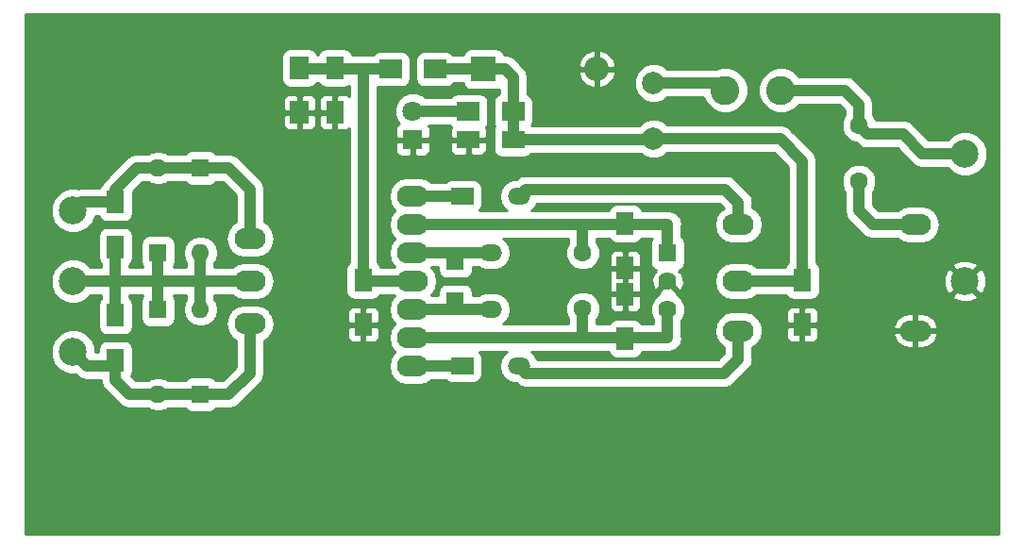
<source format=gbr>
G04 #@! TF.GenerationSoftware,KiCad,Pcbnew,5.0.1*
G04 #@! TF.CreationDate,2018-12-03T15:06:31-08:00*
G04 #@! TF.ProjectId,loop-amp,6C6F6F702D616D702E6B696361645F70,rev?*
G04 #@! TF.SameCoordinates,Original*
G04 #@! TF.FileFunction,Copper,L2,Bot,Signal*
G04 #@! TF.FilePolarity,Positive*
%FSLAX46Y46*%
G04 Gerber Fmt 4.6, Leading zero omitted, Abs format (unit mm)*
G04 Created by KiCad (PCBNEW 5.0.1) date Mon 03 Dec 2018 03:06:31 PM PST*
%MOMM*%
%LPD*%
G01*
G04 APERTURE LIST*
G04 #@! TA.AperFunction,ComponentPad*
%ADD10C,2.499360*%
G04 #@! TD*
G04 #@! TA.AperFunction,SMDPad,CuDef*
%ADD11R,1.600000X2.000000*%
G04 #@! TD*
G04 #@! TA.AperFunction,ComponentPad*
%ADD12O,2.794000X1.905000*%
G04 #@! TD*
G04 #@! TA.AperFunction,ComponentPad*
%ADD13O,2.000000X1.500000*%
G04 #@! TD*
G04 #@! TA.AperFunction,ComponentPad*
%ADD14R,2.000000X1.500000*%
G04 #@! TD*
G04 #@! TA.AperFunction,ComponentPad*
%ADD15C,1.600000*%
G04 #@! TD*
G04 #@! TA.AperFunction,SMDPad,CuDef*
%ADD16R,2.000000X1.600000*%
G04 #@! TD*
G04 #@! TA.AperFunction,ComponentPad*
%ADD17R,1.600000X1.600000*%
G04 #@! TD*
G04 #@! TA.AperFunction,ComponentPad*
%ADD18O,1.600000X1.600000*%
G04 #@! TD*
G04 #@! TA.AperFunction,ComponentPad*
%ADD19R,2.200000X2.200000*%
G04 #@! TD*
G04 #@! TA.AperFunction,ComponentPad*
%ADD20O,2.200000X2.200000*%
G04 #@! TD*
G04 #@! TA.AperFunction,ComponentPad*
%ADD21C,2.000000*%
G04 #@! TD*
G04 #@! TA.AperFunction,ComponentPad*
%ADD22C,2.600000*%
G04 #@! TD*
G04 #@! TA.AperFunction,ComponentPad*
%ADD23R,1.800000X1.800000*%
G04 #@! TD*
G04 #@! TA.AperFunction,ComponentPad*
%ADD24C,1.800000*%
G04 #@! TD*
G04 #@! TA.AperFunction,SMDPad,CuDef*
%ADD25R,1.700000X2.000000*%
G04 #@! TD*
G04 #@! TA.AperFunction,SMDPad,CuDef*
%ADD26R,2.000000X1.700000*%
G04 #@! TD*
G04 #@! TA.AperFunction,ComponentPad*
%ADD27R,1.620000X1.620000*%
G04 #@! TD*
G04 #@! TA.AperFunction,ComponentPad*
%ADD28C,1.620000*%
G04 #@! TD*
G04 #@! TA.AperFunction,ViaPad*
%ADD29C,7.112000*%
G04 #@! TD*
G04 #@! TA.AperFunction,Conductor*
%ADD30C,1.016000*%
G04 #@! TD*
G04 #@! TA.AperFunction,Conductor*
%ADD31C,0.254000*%
G04 #@! TD*
G04 APERTURE END LIST*
D10*
G04 #@! TO.P,J4,1*
G04 #@! TO.N,Net-(C7-Pad1)*
X182880000Y-85725000D03*
G04 #@! TD*
D11*
G04 #@! TO.P,C10,1*
G04 #@! TO.N,Net-(C10-Pad1)*
X128905000Y-97060000D03*
G04 #@! TO.P,C10,2*
G04 #@! TO.N,Earth*
X128905000Y-101060000D03*
G04 #@! TD*
G04 #@! TO.P,C9,1*
G04 #@! TO.N,Net-(C8-Pad1)*
X168275000Y-97060000D03*
G04 #@! TO.P,C9,2*
G04 #@! TO.N,Earth*
X168275000Y-101060000D03*
G04 #@! TD*
D12*
G04 #@! TO.P,T1,1*
G04 #@! TO.N,Net-(Q1-Pad1)*
X133350000Y-104775000D03*
G04 #@! TO.P,T1,2*
G04 #@! TO.N,Net-(C3-Pad2)*
X133350000Y-102235000D03*
G04 #@! TO.P,T1,3*
G04 #@! TO.N,Net-(C6-Pad2)*
X133350000Y-99695000D03*
G04 #@! TO.P,T1,4*
G04 #@! TO.N,Net-(C10-Pad1)*
X133350000Y-97155000D03*
G04 #@! TO.P,T1,5*
G04 #@! TO.N,Net-(C6-Pad1)*
X133350000Y-94615000D03*
G04 #@! TO.P,T1,6*
G04 #@! TO.N,Net-(C3-Pad1)*
X133350000Y-92075000D03*
G04 #@! TO.P,T1,7*
G04 #@! TO.N,Net-(Q2-Pad1)*
X133350000Y-89535000D03*
G04 #@! TO.P,T1,8*
G04 #@! TO.N,Net-(C2-Pad2)*
X118745000Y-100965000D03*
G04 #@! TO.P,T1,9*
G04 #@! TO.N,Net-(C1-Pad2)*
X118745000Y-97155000D03*
G04 #@! TO.P,T1,10*
G04 #@! TO.N,Net-(C1-Pad1)*
X118745000Y-93345000D03*
G04 #@! TD*
D13*
G04 #@! TO.P,Q2,3*
G04 #@! TO.N,Net-(Q2-Pad3)*
X142875000Y-89535000D03*
D14*
G04 #@! TO.P,Q2,1*
G04 #@! TO.N,Net-(Q2-Pad1)*
X137795000Y-89535000D03*
D13*
G04 #@! TO.P,Q2,2*
G04 #@! TO.N,Net-(C6-Pad1)*
X140335000Y-94615000D03*
G04 #@! TD*
D11*
G04 #@! TO.P,C1,1*
G04 #@! TO.N,Net-(C1-Pad1)*
X106680000Y-90075000D03*
G04 #@! TO.P,C1,2*
G04 #@! TO.N,Net-(C1-Pad2)*
X106680000Y-94075000D03*
G04 #@! TD*
G04 #@! TO.P,C2,1*
G04 #@! TO.N,Net-(C1-Pad2)*
X106680000Y-100235000D03*
G04 #@! TO.P,C2,2*
G04 #@! TO.N,Net-(C2-Pad2)*
X106680000Y-104235000D03*
G04 #@! TD*
D15*
G04 #@! TO.P,C3,1*
G04 #@! TO.N,Net-(C3-Pad1)*
X148590000Y-94615000D03*
G04 #@! TO.P,C3,2*
G04 #@! TO.N,Net-(C3-Pad2)*
X148590000Y-99615000D03*
G04 #@! TD*
D11*
G04 #@! TO.P,C4,1*
G04 #@! TO.N,Net-(C3-Pad1)*
X152400000Y-91980000D03*
G04 #@! TO.P,C4,2*
G04 #@! TO.N,Earth*
X152400000Y-95980000D03*
G04 #@! TD*
G04 #@! TO.P,C5,1*
G04 #@! TO.N,Earth*
X152400000Y-98330000D03*
G04 #@! TO.P,C5,2*
G04 #@! TO.N,Net-(C3-Pad2)*
X152400000Y-102330000D03*
G04 #@! TD*
G04 #@! TO.P,C6,1*
G04 #@! TO.N,Net-(C6-Pad1)*
X137160000Y-95155000D03*
G04 #@! TO.P,C6,2*
G04 #@! TO.N,Net-(C6-Pad2)*
X137160000Y-99155000D03*
G04 #@! TD*
D15*
G04 #@! TO.P,C7,1*
G04 #@! TO.N,Net-(C7-Pad1)*
X173355000Y-83185000D03*
G04 #@! TO.P,C7,2*
G04 #@! TO.N,Net-(C7-Pad2)*
X173355000Y-88185000D03*
G04 #@! TD*
D16*
G04 #@! TO.P,C8,1*
G04 #@! TO.N,Net-(C8-Pad1)*
X142335000Y-84455000D03*
G04 #@! TO.P,C8,2*
G04 #@! TO.N,Earth*
X138335000Y-84455000D03*
G04 #@! TD*
D11*
G04 #@! TO.P,C13,1*
G04 #@! TO.N,Net-(C10-Pad1)*
X126365000Y-78010000D03*
G04 #@! TO.P,C13,2*
G04 #@! TO.N,Earth*
X126365000Y-82010000D03*
G04 #@! TD*
D17*
G04 #@! TO.P,D1,1*
G04 #@! TO.N,Net-(C1-Pad2)*
X110490000Y-94615000D03*
D18*
G04 #@! TO.P,D1,2*
G04 #@! TO.N,Net-(C1-Pad1)*
X110490000Y-86995000D03*
G04 #@! TD*
D17*
G04 #@! TO.P,D2,1*
G04 #@! TO.N,Net-(C1-Pad2)*
X110490000Y-99695000D03*
D18*
G04 #@! TO.P,D2,2*
G04 #@! TO.N,Net-(C2-Pad2)*
X110490000Y-107315000D03*
G04 #@! TD*
D17*
G04 #@! TO.P,D3,1*
G04 #@! TO.N,Net-(C1-Pad1)*
X114300000Y-86995000D03*
D18*
G04 #@! TO.P,D3,2*
G04 #@! TO.N,Net-(C1-Pad2)*
X114300000Y-94615000D03*
G04 #@! TD*
D17*
G04 #@! TO.P,D4,1*
G04 #@! TO.N,Net-(C2-Pad2)*
X114300000Y-107315000D03*
D18*
G04 #@! TO.P,D4,2*
G04 #@! TO.N,Net-(C1-Pad2)*
X114300000Y-99695000D03*
G04 #@! TD*
D19*
G04 #@! TO.P,D5,1*
G04 #@! TO.N,Net-(C8-Pad1)*
X139700000Y-78105000D03*
D20*
G04 #@! TO.P,D5,2*
G04 #@! TO.N,Earth*
X149860000Y-78105000D03*
G04 #@! TD*
D21*
G04 #@! TO.P,F1,1*
G04 #@! TO.N,Net-(F1-Pad1)*
X154940000Y-79375000D03*
G04 #@! TO.P,F1,2*
G04 #@! TO.N,Net-(C8-Pad1)*
X154940000Y-84375000D03*
G04 #@! TD*
D10*
G04 #@! TO.P,J1,1*
G04 #@! TO.N,Net-(C1-Pad1)*
X102870000Y-90805000D03*
G04 #@! TD*
G04 #@! TO.P,J2,1*
G04 #@! TO.N,Net-(C2-Pad2)*
X102870000Y-103505000D03*
G04 #@! TD*
G04 #@! TO.P,J3,1*
G04 #@! TO.N,Net-(C1-Pad2)*
X102870000Y-97155000D03*
G04 #@! TD*
D22*
G04 #@! TO.P,L1,1*
G04 #@! TO.N,Net-(C7-Pad1)*
X166370000Y-80010000D03*
G04 #@! TO.P,L1,2*
G04 #@! TO.N,Net-(F1-Pad1)*
X161370000Y-80010000D03*
G04 #@! TD*
D23*
G04 #@! TO.P,Led1,1*
G04 #@! TO.N,Earth*
X133350000Y-84455000D03*
D24*
G04 #@! TO.P,Led1,2*
G04 #@! TO.N,Net-(Led1-Pad2)*
X133350000Y-81915000D03*
G04 #@! TD*
D25*
G04 #@! TO.P,R1,1*
G04 #@! TO.N,Net-(C10-Pad1)*
X123190000Y-78010000D03*
G04 #@! TO.P,R1,2*
G04 #@! TO.N,Earth*
X123190000Y-82010000D03*
G04 #@! TD*
D26*
G04 #@! TO.P,R2,1*
G04 #@! TO.N,Net-(C8-Pad1)*
X135350000Y-78105000D03*
G04 #@! TO.P,R2,2*
G04 #@! TO.N,Net-(C10-Pad1)*
X131350000Y-78105000D03*
G04 #@! TD*
G04 #@! TO.P,R3,1*
G04 #@! TO.N,Net-(C8-Pad1)*
X142335000Y-81915000D03*
G04 #@! TO.P,R3,2*
G04 #@! TO.N,Net-(Led1-Pad2)*
X138335000Y-81915000D03*
G04 #@! TD*
D27*
G04 #@! TO.P,RV1,1*
G04 #@! TO.N,Net-(C3-Pad1)*
X156210000Y-94615000D03*
D28*
G04 #@! TO.P,RV1,2*
G04 #@! TO.N,Earth*
X156210000Y-97155000D03*
G04 #@! TO.P,RV1,3*
G04 #@! TO.N,Net-(C3-Pad2)*
X156210000Y-99695000D03*
G04 #@! TD*
D12*
G04 #@! TO.P,T2,1*
G04 #@! TO.N,Net-(C7-Pad2)*
X178435000Y-92075000D03*
G04 #@! TO.P,T2,2*
G04 #@! TO.N,Earth*
X178435000Y-101600000D03*
G04 #@! TO.P,T2,3*
G04 #@! TO.N,Net-(Q2-Pad3)*
X162560000Y-92075000D03*
G04 #@! TO.P,T2,4*
G04 #@! TO.N,Net-(C8-Pad1)*
X162560000Y-97155000D03*
G04 #@! TO.P,T2,5*
G04 #@! TO.N,Net-(Q1-Pad3)*
X162560000Y-101600000D03*
G04 #@! TD*
D10*
G04 #@! TO.P,J5,1*
G04 #@! TO.N,Earth*
X182880000Y-97155000D03*
G04 #@! TD*
D13*
G04 #@! TO.P,Q1,2*
G04 #@! TO.N,Net-(C6-Pad2)*
X140335000Y-99695000D03*
D14*
G04 #@! TO.P,Q1,1*
G04 #@! TO.N,Net-(Q1-Pad1)*
X137795000Y-104775000D03*
D13*
G04 #@! TO.P,Q1,3*
G04 #@! TO.N,Net-(Q1-Pad3)*
X142875000Y-104775000D03*
G04 #@! TD*
D29*
G04 #@! TO.N,Earth*
X180340000Y-115570000D03*
X180340000Y-77470000D03*
X104140000Y-77470000D03*
X104140000Y-115570000D03*
G04 #@! TD*
D30*
G04 #@! TO.N,Net-(C1-Pad2)*
X118745000Y-97155000D02*
X114300000Y-97155000D01*
X114300000Y-94615000D02*
X114300000Y-97155000D01*
X110490000Y-94615000D02*
X110490000Y-97155000D01*
X114300000Y-97155000D02*
X110490000Y-97155000D01*
X110490000Y-97155000D02*
X106680000Y-97155000D01*
X106680000Y-94075000D02*
X106680000Y-97155000D01*
X106680000Y-97155000D02*
X102870000Y-97155000D01*
X106680000Y-100235000D02*
X106680000Y-97155000D01*
X110490000Y-99695000D02*
X110490000Y-97155000D01*
X114300000Y-99695000D02*
X114300000Y-97155000D01*
G04 #@! TO.N,Net-(C1-Pad1)*
X103600000Y-90075000D02*
X102870000Y-90805000D01*
X106680000Y-90075000D02*
X103600000Y-90075000D01*
X108585000Y-86995000D02*
X110490000Y-86995000D01*
X106680000Y-90075000D02*
X106680000Y-88900000D01*
X106680000Y-88900000D02*
X108585000Y-86995000D01*
X110490000Y-86995000D02*
X114300000Y-86995000D01*
X114300000Y-86995000D02*
X116840000Y-86995000D01*
X118745000Y-88900000D02*
X118745000Y-93345000D01*
X116840000Y-86995000D02*
X118745000Y-88900000D01*
G04 #@! TO.N,Net-(C2-Pad2)*
X118745000Y-100965000D02*
X118745000Y-105410000D01*
X116840000Y-107315000D02*
X110490000Y-107315000D01*
X118745000Y-105410000D02*
X116840000Y-107315000D01*
X110490000Y-107315000D02*
X107950000Y-107315000D01*
X107950000Y-107315000D02*
X106680000Y-106045000D01*
X106680000Y-106045000D02*
X106680000Y-104235000D01*
X102870000Y-103505000D02*
X104140000Y-104775000D01*
X106140000Y-104775000D02*
X106680000Y-104235000D01*
X104140000Y-104775000D02*
X106140000Y-104775000D01*
G04 #@! TO.N,Net-(C3-Pad2)*
X133350000Y-102235000D02*
X148590000Y-102235000D01*
X148590000Y-99615000D02*
X148590000Y-102235000D01*
X156130000Y-99615000D02*
X156210000Y-99695000D01*
X148590000Y-102235000D02*
X156210000Y-102235000D01*
X156210000Y-99695000D02*
X156210000Y-102235000D01*
G04 #@! TO.N,Net-(C3-Pad1)*
X133350000Y-92075000D02*
X148590000Y-92075000D01*
X148590000Y-94615000D02*
X148590000Y-92075000D01*
X148590000Y-92075000D02*
X156210000Y-92075000D01*
X156210000Y-94615000D02*
X156210000Y-92075000D01*
G04 #@! TO.N,Net-(C6-Pad2)*
X133350000Y-99695000D02*
X136620000Y-99695000D01*
X136620000Y-99695000D02*
X137160000Y-99155000D01*
X140335000Y-99695000D02*
X137700000Y-99695000D01*
X137700000Y-99695000D02*
X137160000Y-99155000D01*
G04 #@! TO.N,Net-(C6-Pad1)*
X133350000Y-94615000D02*
X136620000Y-94615000D01*
X136620000Y-94615000D02*
X137160000Y-95155000D01*
X140335000Y-94615000D02*
X137700000Y-94615000D01*
X137700000Y-94615000D02*
X137160000Y-95155000D01*
G04 #@! TO.N,Net-(C7-Pad1)*
X166370000Y-80010000D02*
X172085000Y-80010000D01*
X172085000Y-80010000D02*
X173355000Y-81280000D01*
X173355000Y-81280000D02*
X173355000Y-83185000D01*
X174154999Y-83984999D02*
X177329999Y-83984999D01*
X173355000Y-83185000D02*
X174154999Y-83984999D01*
X177329999Y-83984999D02*
X179070000Y-85725000D01*
X179070000Y-85725000D02*
X182880000Y-85725000D01*
G04 #@! TO.N,Net-(C7-Pad2)*
X173355000Y-88185000D02*
X173355000Y-90805000D01*
X173355000Y-90805000D02*
X174625000Y-92075000D01*
X174625000Y-92075000D02*
X178435000Y-92075000D01*
G04 #@! TO.N,Net-(C8-Pad1)*
X139700000Y-78105000D02*
X138430000Y-78105000D01*
X138430000Y-78105000D02*
X135350000Y-78105000D01*
X142335000Y-81915000D02*
X142335000Y-84455000D01*
X142335000Y-81915000D02*
X142335000Y-78835000D01*
X141605000Y-78105000D02*
X139700000Y-78105000D01*
X142335000Y-78835000D02*
X141605000Y-78105000D01*
X154860000Y-84455000D02*
X154940000Y-84375000D01*
X142335000Y-84455000D02*
X154860000Y-84455000D01*
X168180000Y-97155000D02*
X168275000Y-97060000D01*
X162560000Y-97155000D02*
X168180000Y-97155000D01*
X154940000Y-84375000D02*
X166290000Y-84375000D01*
X166290000Y-84375000D02*
X168275000Y-86360000D01*
X168275000Y-86360000D02*
X168275000Y-97060000D01*
G04 #@! TO.N,Net-(C10-Pad1)*
X131350000Y-78105000D02*
X129540000Y-78105000D01*
X129000000Y-97155000D02*
X128905000Y-97060000D01*
X133350000Y-97155000D02*
X129000000Y-97155000D01*
X128905000Y-97060000D02*
X128905000Y-95044000D01*
X128905000Y-95044000D02*
X128905000Y-78105000D01*
X129540000Y-78105000D02*
X128905000Y-78105000D01*
X126365000Y-78010000D02*
X126905000Y-78010000D01*
X127000000Y-78105000D02*
X128905000Y-78105000D01*
X126905000Y-78010000D02*
X127000000Y-78105000D01*
X126270000Y-78105000D02*
X126365000Y-78010000D01*
X123825000Y-78105000D02*
X126270000Y-78105000D01*
X123190000Y-78010000D02*
X123730000Y-78010000D01*
X123730000Y-78010000D02*
X123825000Y-78105000D01*
G04 #@! TO.N,Net-(F1-Pad1)*
X160735000Y-79375000D02*
X161370000Y-80010000D01*
X154940000Y-79375000D02*
X160735000Y-79375000D01*
G04 #@! TO.N,Net-(Led1-Pad2)*
X138335000Y-81915000D02*
X133350000Y-81915000D01*
G04 #@! TO.N,Net-(Q1-Pad3)*
X142875000Y-104775000D02*
X143510000Y-105410000D01*
X143510000Y-105410000D02*
X161290000Y-105410000D01*
X161290000Y-105410000D02*
X162560000Y-104140000D01*
X162560000Y-104140000D02*
X162560000Y-101600000D01*
G04 #@! TO.N,Net-(Q1-Pad1)*
X133350000Y-104775000D02*
X137795000Y-104775000D01*
G04 #@! TO.N,Net-(Q2-Pad1)*
X133350000Y-89535000D02*
X137795000Y-89535000D01*
G04 #@! TO.N,Net-(Q2-Pad3)*
X162560000Y-90106500D02*
X161353500Y-88900000D01*
X162560000Y-92075000D02*
X162560000Y-90106500D01*
X161353500Y-88900000D02*
X143510000Y-88900000D01*
X143510000Y-88900000D02*
X142875000Y-89535000D01*
G04 #@! TD*
D31*
G04 #@! TO.N,Earth*
G36*
X185853000Y-111677567D02*
X185853000Y-111677568D01*
X185853001Y-119813000D01*
X98627000Y-119813000D01*
X98627000Y-103104852D01*
X100858320Y-103104852D01*
X100858320Y-103905148D01*
X101164580Y-104644525D01*
X101730475Y-105210420D01*
X102469852Y-105516680D01*
X103085629Y-105516680D01*
X103153530Y-105584581D01*
X103224382Y-105690618D01*
X103644471Y-105971313D01*
X104014920Y-106045000D01*
X104014924Y-106045000D01*
X104139999Y-106069879D01*
X104265074Y-106045000D01*
X105385121Y-106045000D01*
X105410000Y-106170075D01*
X105410000Y-106170079D01*
X105483687Y-106540528D01*
X105764382Y-106960618D01*
X105870421Y-107031471D01*
X106963530Y-108124581D01*
X107034382Y-108230618D01*
X107454471Y-108511313D01*
X107824920Y-108585000D01*
X107824924Y-108585000D01*
X107949999Y-108609879D01*
X108075074Y-108585000D01*
X109579165Y-108585000D01*
X109880538Y-108786371D01*
X110336159Y-108877000D01*
X110643841Y-108877000D01*
X111099462Y-108786371D01*
X111400835Y-108585000D01*
X112897595Y-108585000D01*
X112950629Y-108664371D01*
X113202683Y-108832788D01*
X113500000Y-108891928D01*
X115100000Y-108891928D01*
X115397317Y-108832788D01*
X115649371Y-108664371D01*
X115702405Y-108585000D01*
X116714925Y-108585000D01*
X116840000Y-108609879D01*
X116965075Y-108585000D01*
X116965080Y-108585000D01*
X117335529Y-108511313D01*
X117755618Y-108230618D01*
X117826471Y-108124579D01*
X119554581Y-106396470D01*
X119660618Y-106325618D01*
X119745040Y-106199272D01*
X119941313Y-105905530D01*
X119974622Y-105738072D01*
X120015000Y-105535080D01*
X120015000Y-105535077D01*
X120039879Y-105410000D01*
X120015000Y-105284924D01*
X120015000Y-102475431D01*
X120425586Y-102201086D01*
X120804524Y-101633965D01*
X120861853Y-101345750D01*
X127470000Y-101345750D01*
X127470000Y-102186309D01*
X127566673Y-102419698D01*
X127745301Y-102598327D01*
X127978690Y-102695000D01*
X128619250Y-102695000D01*
X128778000Y-102536250D01*
X128778000Y-101187000D01*
X129032000Y-101187000D01*
X129032000Y-102536250D01*
X129190750Y-102695000D01*
X129831310Y-102695000D01*
X130064699Y-102598327D01*
X130243327Y-102419698D01*
X130340000Y-102186309D01*
X130340000Y-101345750D01*
X130181250Y-101187000D01*
X129032000Y-101187000D01*
X128778000Y-101187000D01*
X127628750Y-101187000D01*
X127470000Y-101345750D01*
X120861853Y-101345750D01*
X120937589Y-100965000D01*
X120804524Y-100296035D01*
X120562414Y-99933691D01*
X127470000Y-99933691D01*
X127470000Y-100774250D01*
X127628750Y-100933000D01*
X128778000Y-100933000D01*
X128778000Y-99583750D01*
X129032000Y-99583750D01*
X129032000Y-100933000D01*
X130181250Y-100933000D01*
X130340000Y-100774250D01*
X130340000Y-99933691D01*
X130243327Y-99700302D01*
X130064699Y-99521673D01*
X129831310Y-99425000D01*
X129190750Y-99425000D01*
X129032000Y-99583750D01*
X128778000Y-99583750D01*
X128619250Y-99425000D01*
X127978690Y-99425000D01*
X127745301Y-99521673D01*
X127566673Y-99700302D01*
X127470000Y-99933691D01*
X120562414Y-99933691D01*
X120425586Y-99728914D01*
X119858465Y-99349976D01*
X119358364Y-99250500D01*
X118131636Y-99250500D01*
X117631535Y-99349976D01*
X117064414Y-99728914D01*
X116685476Y-100296035D01*
X116552411Y-100965000D01*
X116685476Y-101633965D01*
X117064414Y-102201086D01*
X117475000Y-102475431D01*
X117475001Y-104883948D01*
X116313950Y-106045000D01*
X115702405Y-106045000D01*
X115649371Y-105965629D01*
X115397317Y-105797212D01*
X115100000Y-105738072D01*
X113500000Y-105738072D01*
X113202683Y-105797212D01*
X112950629Y-105965629D01*
X112897595Y-106045000D01*
X111400835Y-106045000D01*
X111099462Y-105843629D01*
X110643841Y-105753000D01*
X110336159Y-105753000D01*
X109880538Y-105843629D01*
X109579165Y-106045000D01*
X108476051Y-106045000D01*
X108103892Y-105672842D01*
X108197788Y-105532317D01*
X108256928Y-105235000D01*
X108256928Y-103235000D01*
X108197788Y-102937683D01*
X108029371Y-102685629D01*
X107777317Y-102517212D01*
X107480000Y-102458072D01*
X105880000Y-102458072D01*
X105582683Y-102517212D01*
X105330629Y-102685629D01*
X105162212Y-102937683D01*
X105103072Y-103235000D01*
X105103072Y-103505000D01*
X104881680Y-103505000D01*
X104881680Y-103104852D01*
X104575420Y-102365475D01*
X104009525Y-101799580D01*
X103270148Y-101493320D01*
X102469852Y-101493320D01*
X101730475Y-101799580D01*
X101164580Y-102365475D01*
X100858320Y-103104852D01*
X98627000Y-103104852D01*
X98627000Y-96754852D01*
X100858320Y-96754852D01*
X100858320Y-97555148D01*
X101164580Y-98294525D01*
X101730475Y-98860420D01*
X102469852Y-99166680D01*
X103270148Y-99166680D01*
X104009525Y-98860420D01*
X104444945Y-98425000D01*
X105410001Y-98425000D01*
X105410001Y-98632595D01*
X105330629Y-98685629D01*
X105162212Y-98937683D01*
X105103072Y-99235000D01*
X105103072Y-101235000D01*
X105162212Y-101532317D01*
X105330629Y-101784371D01*
X105582683Y-101952788D01*
X105880000Y-102011928D01*
X107480000Y-102011928D01*
X107777317Y-101952788D01*
X108029371Y-101784371D01*
X108197788Y-101532317D01*
X108256928Y-101235000D01*
X108256928Y-99235000D01*
X108197788Y-98937683D01*
X108029371Y-98685629D01*
X107950000Y-98632595D01*
X107950000Y-98425000D01*
X109087595Y-98425000D01*
X108972212Y-98597683D01*
X108913072Y-98895000D01*
X108913072Y-100495000D01*
X108972212Y-100792317D01*
X109140629Y-101044371D01*
X109392683Y-101212788D01*
X109690000Y-101271928D01*
X111290000Y-101271928D01*
X111587317Y-101212788D01*
X111839371Y-101044371D01*
X112007788Y-100792317D01*
X112066928Y-100495000D01*
X112066928Y-98895000D01*
X112007788Y-98597683D01*
X111892405Y-98425000D01*
X113030000Y-98425000D01*
X113030000Y-98784164D01*
X112828629Y-99085538D01*
X112707399Y-99695000D01*
X112828629Y-100304462D01*
X113173861Y-100821139D01*
X113690538Y-101166371D01*
X114146159Y-101257000D01*
X114453841Y-101257000D01*
X114909462Y-101166371D01*
X115426139Y-100821139D01*
X115771371Y-100304462D01*
X115892601Y-99695000D01*
X115771371Y-99085538D01*
X115570000Y-98784165D01*
X115570000Y-98425000D01*
X117115170Y-98425000D01*
X117631535Y-98770024D01*
X118131636Y-98869500D01*
X119358364Y-98869500D01*
X119858465Y-98770024D01*
X120425586Y-98391086D01*
X120804524Y-97823965D01*
X120937589Y-97155000D01*
X120804524Y-96486035D01*
X120425586Y-95918914D01*
X119858465Y-95539976D01*
X119358364Y-95440500D01*
X118131636Y-95440500D01*
X117631535Y-95539976D01*
X117115170Y-95885000D01*
X115570000Y-95885000D01*
X115570000Y-95525835D01*
X115771371Y-95224462D01*
X115892601Y-94615000D01*
X115771371Y-94005538D01*
X115426139Y-93488861D01*
X114909462Y-93143629D01*
X114453841Y-93053000D01*
X114146159Y-93053000D01*
X113690538Y-93143629D01*
X113173861Y-93488861D01*
X112828629Y-94005538D01*
X112707399Y-94615000D01*
X112828629Y-95224462D01*
X113030000Y-95525836D01*
X113030000Y-95885000D01*
X111892405Y-95885000D01*
X112007788Y-95712317D01*
X112066928Y-95415000D01*
X112066928Y-93815000D01*
X112007788Y-93517683D01*
X111839371Y-93265629D01*
X111587317Y-93097212D01*
X111290000Y-93038072D01*
X109690000Y-93038072D01*
X109392683Y-93097212D01*
X109140629Y-93265629D01*
X108972212Y-93517683D01*
X108913072Y-93815000D01*
X108913072Y-95415000D01*
X108972212Y-95712317D01*
X109087595Y-95885000D01*
X107950000Y-95885000D01*
X107950000Y-95677405D01*
X108029371Y-95624371D01*
X108197788Y-95372317D01*
X108256928Y-95075000D01*
X108256928Y-93075000D01*
X108197788Y-92777683D01*
X108029371Y-92525629D01*
X107777317Y-92357212D01*
X107480000Y-92298072D01*
X105880000Y-92298072D01*
X105582683Y-92357212D01*
X105330629Y-92525629D01*
X105162212Y-92777683D01*
X105103072Y-93075000D01*
X105103072Y-95075000D01*
X105162212Y-95372317D01*
X105330629Y-95624371D01*
X105410001Y-95677405D01*
X105410001Y-95885000D01*
X104444945Y-95885000D01*
X104009525Y-95449580D01*
X103270148Y-95143320D01*
X102469852Y-95143320D01*
X101730475Y-95449580D01*
X101164580Y-96015475D01*
X100858320Y-96754852D01*
X98627000Y-96754852D01*
X98627000Y-90404852D01*
X100858320Y-90404852D01*
X100858320Y-91205148D01*
X101164580Y-91944525D01*
X101730475Y-92510420D01*
X102469852Y-92816680D01*
X103270148Y-92816680D01*
X104009525Y-92510420D01*
X104575420Y-91944525D01*
X104823751Y-91345000D01*
X105156778Y-91345000D01*
X105162212Y-91372317D01*
X105330629Y-91624371D01*
X105582683Y-91792788D01*
X105880000Y-91851928D01*
X107480000Y-91851928D01*
X107777317Y-91792788D01*
X108029371Y-91624371D01*
X108197788Y-91372317D01*
X108256928Y-91075000D01*
X108256928Y-89119122D01*
X109111051Y-88265000D01*
X109579165Y-88265000D01*
X109880538Y-88466371D01*
X110336159Y-88557000D01*
X110643841Y-88557000D01*
X111099462Y-88466371D01*
X111400835Y-88265000D01*
X112897595Y-88265000D01*
X112950629Y-88344371D01*
X113202683Y-88512788D01*
X113500000Y-88571928D01*
X115100000Y-88571928D01*
X115397317Y-88512788D01*
X115649371Y-88344371D01*
X115702405Y-88265000D01*
X116313950Y-88265000D01*
X117475000Y-89426051D01*
X117475001Y-91834569D01*
X117064414Y-92108914D01*
X116685476Y-92676035D01*
X116552411Y-93345000D01*
X116685476Y-94013965D01*
X117064414Y-94581086D01*
X117631535Y-94960024D01*
X118131636Y-95059500D01*
X119358364Y-95059500D01*
X119858465Y-94960024D01*
X120425586Y-94581086D01*
X120804524Y-94013965D01*
X120937589Y-93345000D01*
X120804524Y-92676035D01*
X120425586Y-92108914D01*
X120015000Y-91834569D01*
X120015000Y-89025076D01*
X120039879Y-88900000D01*
X120015000Y-88774921D01*
X120015000Y-88774920D01*
X119941313Y-88404471D01*
X119941313Y-88404470D01*
X119731470Y-88090419D01*
X119731469Y-88090418D01*
X119660618Y-87984382D01*
X119554582Y-87913531D01*
X117826471Y-86185421D01*
X117755618Y-86079382D01*
X117335529Y-85798687D01*
X116965080Y-85725000D01*
X116965075Y-85725000D01*
X116840000Y-85700121D01*
X116714925Y-85725000D01*
X115702405Y-85725000D01*
X115649371Y-85645629D01*
X115397317Y-85477212D01*
X115100000Y-85418072D01*
X113500000Y-85418072D01*
X113202683Y-85477212D01*
X112950629Y-85645629D01*
X112897595Y-85725000D01*
X111400835Y-85725000D01*
X111099462Y-85523629D01*
X110643841Y-85433000D01*
X110336159Y-85433000D01*
X109880538Y-85523629D01*
X109579165Y-85725000D01*
X108710076Y-85725000D01*
X108585000Y-85700121D01*
X108459923Y-85725000D01*
X108459920Y-85725000D01*
X108171899Y-85782291D01*
X108089470Y-85798687D01*
X107803151Y-85990000D01*
X107669382Y-86079382D01*
X107598530Y-86185419D01*
X105870420Y-87913530D01*
X105764383Y-87984382D01*
X105693531Y-88090419D01*
X105693530Y-88090420D01*
X105679961Y-88110728D01*
X105483687Y-88404471D01*
X105479354Y-88426254D01*
X105330629Y-88525629D01*
X105162212Y-88777683D01*
X105156778Y-88805000D01*
X103725076Y-88805000D01*
X103600000Y-88780121D01*
X103474923Y-88805000D01*
X103474920Y-88805000D01*
X103355631Y-88828728D01*
X103270148Y-88793320D01*
X102469852Y-88793320D01*
X101730475Y-89099580D01*
X101164580Y-89665475D01*
X100858320Y-90404852D01*
X98627000Y-90404852D01*
X98627000Y-82295750D01*
X121705000Y-82295750D01*
X121705000Y-83136309D01*
X121801673Y-83369698D01*
X121980301Y-83548327D01*
X122213690Y-83645000D01*
X122904250Y-83645000D01*
X123063000Y-83486250D01*
X123063000Y-82137000D01*
X123317000Y-82137000D01*
X123317000Y-83486250D01*
X123475750Y-83645000D01*
X124166310Y-83645000D01*
X124399699Y-83548327D01*
X124578327Y-83369698D01*
X124675000Y-83136309D01*
X124675000Y-82295750D01*
X124930000Y-82295750D01*
X124930000Y-83136309D01*
X125026673Y-83369698D01*
X125205301Y-83548327D01*
X125438690Y-83645000D01*
X126079250Y-83645000D01*
X126238000Y-83486250D01*
X126238000Y-82137000D01*
X125088750Y-82137000D01*
X124930000Y-82295750D01*
X124675000Y-82295750D01*
X124516250Y-82137000D01*
X123317000Y-82137000D01*
X123063000Y-82137000D01*
X121863750Y-82137000D01*
X121705000Y-82295750D01*
X98627000Y-82295750D01*
X98627000Y-80883691D01*
X121705000Y-80883691D01*
X121705000Y-81724250D01*
X121863750Y-81883000D01*
X123063000Y-81883000D01*
X123063000Y-80533750D01*
X123317000Y-80533750D01*
X123317000Y-81883000D01*
X124516250Y-81883000D01*
X124675000Y-81724250D01*
X124675000Y-80883691D01*
X124930000Y-80883691D01*
X124930000Y-81724250D01*
X125088750Y-81883000D01*
X126238000Y-81883000D01*
X126238000Y-80533750D01*
X126079250Y-80375000D01*
X125438690Y-80375000D01*
X125205301Y-80471673D01*
X125026673Y-80650302D01*
X124930000Y-80883691D01*
X124675000Y-80883691D01*
X124578327Y-80650302D01*
X124399699Y-80471673D01*
X124166310Y-80375000D01*
X123475750Y-80375000D01*
X123317000Y-80533750D01*
X123063000Y-80533750D01*
X122904250Y-80375000D01*
X122213690Y-80375000D01*
X121980301Y-80471673D01*
X121801673Y-80650302D01*
X121705000Y-80883691D01*
X98627000Y-80883691D01*
X98627000Y-77010000D01*
X121563072Y-77010000D01*
X121563072Y-79010000D01*
X121622212Y-79307317D01*
X121790629Y-79559371D01*
X122042683Y-79727788D01*
X122340000Y-79786928D01*
X124040000Y-79786928D01*
X124337317Y-79727788D01*
X124589371Y-79559371D01*
X124712564Y-79375000D01*
X124892436Y-79375000D01*
X125015629Y-79559371D01*
X125267683Y-79727788D01*
X125565000Y-79786928D01*
X127165000Y-79786928D01*
X127462317Y-79727788D01*
X127635001Y-79612404D01*
X127635001Y-80581975D01*
X127524699Y-80471673D01*
X127291310Y-80375000D01*
X126650750Y-80375000D01*
X126492000Y-80533750D01*
X126492000Y-81883000D01*
X126512000Y-81883000D01*
X126512000Y-82137000D01*
X126492000Y-82137000D01*
X126492000Y-83486250D01*
X126650750Y-83645000D01*
X127291310Y-83645000D01*
X127524699Y-83548327D01*
X127635001Y-83438025D01*
X127635000Y-95169079D01*
X127635001Y-95169083D01*
X127635001Y-95457595D01*
X127555629Y-95510629D01*
X127387212Y-95762683D01*
X127328072Y-96060000D01*
X127328072Y-98060000D01*
X127387212Y-98357317D01*
X127555629Y-98609371D01*
X127807683Y-98777788D01*
X128105000Y-98836928D01*
X129705000Y-98836928D01*
X130002317Y-98777788D01*
X130254371Y-98609371D01*
X130377564Y-98425000D01*
X131720170Y-98425000D01*
X131669414Y-98458914D01*
X131290476Y-99026035D01*
X131157411Y-99695000D01*
X131290476Y-100363965D01*
X131669414Y-100931086D01*
X131720170Y-100965000D01*
X131669414Y-100998914D01*
X131290476Y-101566035D01*
X131157411Y-102235000D01*
X131290476Y-102903965D01*
X131669414Y-103471086D01*
X131720170Y-103505000D01*
X131669414Y-103538914D01*
X131290476Y-104106035D01*
X131157411Y-104775000D01*
X131290476Y-105443965D01*
X131669414Y-106011086D01*
X132236535Y-106390024D01*
X132736636Y-106489500D01*
X133963364Y-106489500D01*
X134463465Y-106390024D01*
X134979830Y-106045000D01*
X136226004Y-106045000D01*
X136245629Y-106074371D01*
X136497683Y-106242788D01*
X136795000Y-106301928D01*
X138795000Y-106301928D01*
X139092317Y-106242788D01*
X139344371Y-106074371D01*
X139512788Y-105822317D01*
X139571928Y-105525000D01*
X139571928Y-104025000D01*
X139512788Y-103727683D01*
X139363996Y-103505000D01*
X141804162Y-103505000D01*
X141534909Y-103684909D01*
X141200728Y-104185047D01*
X141083379Y-104775000D01*
X141200728Y-105364953D01*
X141534909Y-105865091D01*
X142035047Y-106199272D01*
X142476085Y-106287000D01*
X142568578Y-106287000D01*
X142594382Y-106325618D01*
X143014471Y-106606313D01*
X143384920Y-106680000D01*
X143384924Y-106680000D01*
X143510000Y-106704879D01*
X143635076Y-106680000D01*
X161164925Y-106680000D01*
X161290000Y-106704879D01*
X161415075Y-106680000D01*
X161415080Y-106680000D01*
X161785529Y-106606313D01*
X162205618Y-106325618D01*
X162276471Y-106219579D01*
X163369582Y-105126469D01*
X163475618Y-105055618D01*
X163756313Y-104635529D01*
X163830000Y-104265080D01*
X163830000Y-104265076D01*
X163854879Y-104140001D01*
X163830000Y-104014926D01*
X163830000Y-103110431D01*
X164240586Y-102836086D01*
X164619524Y-102268965D01*
X164752589Y-101600000D01*
X164702016Y-101345750D01*
X166840000Y-101345750D01*
X166840000Y-102186309D01*
X166936673Y-102419698D01*
X167115301Y-102598327D01*
X167348690Y-102695000D01*
X167989250Y-102695000D01*
X168148000Y-102536250D01*
X168148000Y-101187000D01*
X168402000Y-101187000D01*
X168402000Y-102536250D01*
X168560750Y-102695000D01*
X169201310Y-102695000D01*
X169434699Y-102598327D01*
X169613327Y-102419698D01*
X169710000Y-102186309D01*
X169710000Y-101972980D01*
X176447437Y-101972980D01*
X176475240Y-102090177D01*
X176778165Y-102632729D01*
X177265657Y-103018058D01*
X177863500Y-103187500D01*
X178308000Y-103187500D01*
X178308000Y-101727000D01*
X178562000Y-101727000D01*
X178562000Y-103187500D01*
X179006500Y-103187500D01*
X179604343Y-103018058D01*
X180091835Y-102632729D01*
X180394760Y-102090177D01*
X180422563Y-101972980D01*
X180302594Y-101727000D01*
X178562000Y-101727000D01*
X178308000Y-101727000D01*
X176567406Y-101727000D01*
X176447437Y-101972980D01*
X169710000Y-101972980D01*
X169710000Y-101345750D01*
X169591270Y-101227020D01*
X176447437Y-101227020D01*
X176567406Y-101473000D01*
X178308000Y-101473000D01*
X178308000Y-100012500D01*
X178562000Y-100012500D01*
X178562000Y-101473000D01*
X180302594Y-101473000D01*
X180422563Y-101227020D01*
X180394760Y-101109823D01*
X180091835Y-100567271D01*
X179604343Y-100181942D01*
X179006500Y-100012500D01*
X178562000Y-100012500D01*
X178308000Y-100012500D01*
X177863500Y-100012500D01*
X177265657Y-100181942D01*
X176778165Y-100567271D01*
X176475240Y-101109823D01*
X176447437Y-101227020D01*
X169591270Y-101227020D01*
X169551250Y-101187000D01*
X168402000Y-101187000D01*
X168148000Y-101187000D01*
X166998750Y-101187000D01*
X166840000Y-101345750D01*
X164702016Y-101345750D01*
X164619524Y-100931035D01*
X164240586Y-100363914D01*
X163673465Y-99984976D01*
X163415638Y-99933691D01*
X166840000Y-99933691D01*
X166840000Y-100774250D01*
X166998750Y-100933000D01*
X168148000Y-100933000D01*
X168148000Y-99583750D01*
X168402000Y-99583750D01*
X168402000Y-100933000D01*
X169551250Y-100933000D01*
X169710000Y-100774250D01*
X169710000Y-99933691D01*
X169613327Y-99700302D01*
X169434699Y-99521673D01*
X169201310Y-99425000D01*
X168560750Y-99425000D01*
X168402000Y-99583750D01*
X168148000Y-99583750D01*
X167989250Y-99425000D01*
X167348690Y-99425000D01*
X167115301Y-99521673D01*
X166936673Y-99700302D01*
X166840000Y-99933691D01*
X163415638Y-99933691D01*
X163173364Y-99885500D01*
X161946636Y-99885500D01*
X161446535Y-99984976D01*
X160879414Y-100363914D01*
X160500476Y-100931035D01*
X160367411Y-101600000D01*
X160500476Y-102268965D01*
X160879414Y-102836086D01*
X161290000Y-103110431D01*
X161290000Y-103613949D01*
X160763950Y-104140000D01*
X144519173Y-104140000D01*
X144215091Y-103684909D01*
X143945838Y-103505000D01*
X148464920Y-103505000D01*
X148590000Y-103529880D01*
X148715080Y-103505000D01*
X150857882Y-103505000D01*
X150882212Y-103627317D01*
X151050629Y-103879371D01*
X151302683Y-104047788D01*
X151600000Y-104106928D01*
X153200000Y-104106928D01*
X153497317Y-104047788D01*
X153749371Y-103879371D01*
X153917788Y-103627317D01*
X153942118Y-103505000D01*
X156084920Y-103505000D01*
X156210000Y-103529880D01*
X156335080Y-103505000D01*
X156705529Y-103431313D01*
X157125618Y-103150618D01*
X157406313Y-102730529D01*
X157504880Y-102235000D01*
X157480000Y-102109920D01*
X157480000Y-100648143D01*
X157542677Y-100585466D01*
X157782000Y-100007690D01*
X157782000Y-99382310D01*
X157542677Y-98804534D01*
X157100466Y-98362323D01*
X156999490Y-98320497D01*
X157045383Y-98169988D01*
X156210000Y-97334605D01*
X155374617Y-98169988D01*
X155420510Y-98320497D01*
X155319534Y-98362323D01*
X154877323Y-98804534D01*
X154638000Y-99382310D01*
X154638000Y-100007690D01*
X154877323Y-100585466D01*
X154940000Y-100648143D01*
X154940000Y-100965000D01*
X153872564Y-100965000D01*
X153749371Y-100780629D01*
X153497317Y-100612212D01*
X153200000Y-100553072D01*
X151600000Y-100553072D01*
X151302683Y-100612212D01*
X151050629Y-100780629D01*
X150927436Y-100965000D01*
X149860000Y-100965000D01*
X149860000Y-100554001D01*
X149914199Y-100499802D01*
X150152000Y-99925701D01*
X150152000Y-99304299D01*
X149914199Y-98730198D01*
X149799751Y-98615750D01*
X150965000Y-98615750D01*
X150965000Y-99456309D01*
X151061673Y-99689698D01*
X151240301Y-99868327D01*
X151473690Y-99965000D01*
X152114250Y-99965000D01*
X152273000Y-99806250D01*
X152273000Y-98457000D01*
X152527000Y-98457000D01*
X152527000Y-99806250D01*
X152685750Y-99965000D01*
X153326310Y-99965000D01*
X153559699Y-99868327D01*
X153738327Y-99689698D01*
X153835000Y-99456309D01*
X153835000Y-98615750D01*
X153676250Y-98457000D01*
X152527000Y-98457000D01*
X152273000Y-98457000D01*
X151123750Y-98457000D01*
X150965000Y-98615750D01*
X149799751Y-98615750D01*
X149474802Y-98290801D01*
X148900701Y-98053000D01*
X148279299Y-98053000D01*
X147705198Y-98290801D01*
X147265801Y-98730198D01*
X147028000Y-99304299D01*
X147028000Y-99925701D01*
X147265801Y-100499802D01*
X147320000Y-100554001D01*
X147320001Y-100965000D01*
X141405838Y-100965000D01*
X141675091Y-100785091D01*
X142009272Y-100284953D01*
X142126621Y-99695000D01*
X142009272Y-99105047D01*
X141675091Y-98604909D01*
X141174953Y-98270728D01*
X140733915Y-98183000D01*
X139936085Y-98183000D01*
X139495047Y-98270728D01*
X139264162Y-98425000D01*
X138736928Y-98425000D01*
X138736928Y-98155000D01*
X138677788Y-97857683D01*
X138509371Y-97605629D01*
X138257317Y-97437212D01*
X137960000Y-97378072D01*
X136360000Y-97378072D01*
X136062683Y-97437212D01*
X135810629Y-97605629D01*
X135642212Y-97857683D01*
X135583072Y-98155000D01*
X135583072Y-98425000D01*
X134979830Y-98425000D01*
X135030586Y-98391086D01*
X135409524Y-97823965D01*
X135542589Y-97155000D01*
X135409524Y-96486035D01*
X135030586Y-95918914D01*
X134979830Y-95885000D01*
X135583072Y-95885000D01*
X135583072Y-96155000D01*
X135642212Y-96452317D01*
X135810629Y-96704371D01*
X136062683Y-96872788D01*
X136360000Y-96931928D01*
X137960000Y-96931928D01*
X138257317Y-96872788D01*
X138509371Y-96704371D01*
X138677788Y-96452317D01*
X138714898Y-96265750D01*
X150965000Y-96265750D01*
X150965000Y-97106309D01*
X150985168Y-97155000D01*
X150965000Y-97203691D01*
X150965000Y-98044250D01*
X151123750Y-98203000D01*
X152273000Y-98203000D01*
X152273000Y-96107000D01*
X152527000Y-96107000D01*
X152527000Y-98203000D01*
X153676250Y-98203000D01*
X153835000Y-98044250D01*
X153835000Y-97203691D01*
X153814832Y-97155000D01*
X153835000Y-97106309D01*
X153835000Y-96265750D01*
X153676250Y-96107000D01*
X152527000Y-96107000D01*
X152273000Y-96107000D01*
X151123750Y-96107000D01*
X150965000Y-96265750D01*
X138714898Y-96265750D01*
X138736928Y-96155000D01*
X138736928Y-95885000D01*
X139264162Y-95885000D01*
X139495047Y-96039272D01*
X139936085Y-96127000D01*
X140733915Y-96127000D01*
X141174953Y-96039272D01*
X141675091Y-95705091D01*
X142009272Y-95204953D01*
X142126621Y-94615000D01*
X142009272Y-94025047D01*
X141675091Y-93524909D01*
X141405838Y-93345000D01*
X147320000Y-93345000D01*
X147320000Y-93675999D01*
X147265801Y-93730198D01*
X147028000Y-94304299D01*
X147028000Y-94925701D01*
X147265801Y-95499802D01*
X147705198Y-95939199D01*
X148279299Y-96177000D01*
X148900701Y-96177000D01*
X149474802Y-95939199D01*
X149914199Y-95499802D01*
X150152000Y-94925701D01*
X150152000Y-94853691D01*
X150965000Y-94853691D01*
X150965000Y-95694250D01*
X151123750Y-95853000D01*
X152273000Y-95853000D01*
X152273000Y-94503750D01*
X152527000Y-94503750D01*
X152527000Y-95853000D01*
X153676250Y-95853000D01*
X153835000Y-95694250D01*
X153835000Y-94853691D01*
X153738327Y-94620302D01*
X153559699Y-94441673D01*
X153326310Y-94345000D01*
X152685750Y-94345000D01*
X152527000Y-94503750D01*
X152273000Y-94503750D01*
X152114250Y-94345000D01*
X151473690Y-94345000D01*
X151240301Y-94441673D01*
X151061673Y-94620302D01*
X150965000Y-94853691D01*
X150152000Y-94853691D01*
X150152000Y-94304299D01*
X149914199Y-93730198D01*
X149860000Y-93675999D01*
X149860000Y-93345000D01*
X150927436Y-93345000D01*
X151050629Y-93529371D01*
X151302683Y-93697788D01*
X151600000Y-93756928D01*
X153200000Y-93756928D01*
X153497317Y-93697788D01*
X153749371Y-93529371D01*
X153872564Y-93345000D01*
X154790913Y-93345000D01*
X154682212Y-93507683D01*
X154623072Y-93805000D01*
X154623072Y-95425000D01*
X154682212Y-95722317D01*
X154850629Y-95974371D01*
X155102683Y-96142788D01*
X155135608Y-96149337D01*
X155080169Y-96204776D01*
X155195010Y-96319617D01*
X154947856Y-96394980D01*
X154753084Y-96935834D01*
X154780114Y-97510055D01*
X154947856Y-97915020D01*
X155195012Y-97990383D01*
X156030395Y-97155000D01*
X156016253Y-97140858D01*
X156195858Y-96961253D01*
X156210000Y-96975395D01*
X156224143Y-96961253D01*
X156403748Y-97140858D01*
X156389605Y-97155000D01*
X157224988Y-97990383D01*
X157472144Y-97915020D01*
X157666916Y-97374166D01*
X157639886Y-96799945D01*
X157472144Y-96394980D01*
X157224990Y-96319617D01*
X157339831Y-96204776D01*
X157284392Y-96149337D01*
X157317317Y-96142788D01*
X157569371Y-95974371D01*
X157737788Y-95722317D01*
X157796928Y-95425000D01*
X157796928Y-93805000D01*
X157737788Y-93507683D01*
X157569371Y-93255629D01*
X157480000Y-93195913D01*
X157480000Y-92200079D01*
X157504880Y-92075000D01*
X157406313Y-91579471D01*
X157125618Y-91159382D01*
X156705529Y-90878687D01*
X156335080Y-90805000D01*
X156210000Y-90780120D01*
X156084920Y-90805000D01*
X153942118Y-90805000D01*
X153917788Y-90682683D01*
X153749371Y-90430629D01*
X153497317Y-90262212D01*
X153200000Y-90203072D01*
X151600000Y-90203072D01*
X151302683Y-90262212D01*
X151050629Y-90430629D01*
X150882212Y-90682683D01*
X150857882Y-90805000D01*
X148715080Y-90805000D01*
X148590000Y-90780120D01*
X148464920Y-90805000D01*
X143945838Y-90805000D01*
X144215091Y-90625091D01*
X144519173Y-90170000D01*
X160827450Y-90170000D01*
X161249248Y-90591799D01*
X160879414Y-90838914D01*
X160500476Y-91406035D01*
X160367411Y-92075000D01*
X160500476Y-92743965D01*
X160879414Y-93311086D01*
X161446535Y-93690024D01*
X161946636Y-93789500D01*
X163173364Y-93789500D01*
X163673465Y-93690024D01*
X164240586Y-93311086D01*
X164619524Y-92743965D01*
X164752589Y-92075000D01*
X164619524Y-91406035D01*
X164240586Y-90838914D01*
X163830000Y-90564569D01*
X163830000Y-90231576D01*
X163854879Y-90106500D01*
X163830000Y-89981424D01*
X163830000Y-89981420D01*
X163756313Y-89610971D01*
X163475618Y-89190882D01*
X163369581Y-89120030D01*
X162339970Y-88090420D01*
X162269118Y-87984382D01*
X161849029Y-87703687D01*
X161478580Y-87630000D01*
X161478575Y-87630000D01*
X161353500Y-87605121D01*
X161228425Y-87630000D01*
X143635076Y-87630000D01*
X143510000Y-87605121D01*
X143384924Y-87630000D01*
X143384920Y-87630000D01*
X143014471Y-87703687D01*
X142594382Y-87984382D01*
X142568578Y-88023000D01*
X142476085Y-88023000D01*
X142035047Y-88110728D01*
X141534909Y-88444909D01*
X141200728Y-88945047D01*
X141083379Y-89535000D01*
X141200728Y-90124953D01*
X141534909Y-90625091D01*
X141804162Y-90805000D01*
X139363996Y-90805000D01*
X139512788Y-90582317D01*
X139571928Y-90285000D01*
X139571928Y-88785000D01*
X139512788Y-88487683D01*
X139344371Y-88235629D01*
X139092317Y-88067212D01*
X138795000Y-88008072D01*
X136795000Y-88008072D01*
X136497683Y-88067212D01*
X136245629Y-88235629D01*
X136226004Y-88265000D01*
X134979830Y-88265000D01*
X134463465Y-87919976D01*
X133963364Y-87820500D01*
X132736636Y-87820500D01*
X132236535Y-87919976D01*
X131669414Y-88298914D01*
X131290476Y-88866035D01*
X131157411Y-89535000D01*
X131290476Y-90203965D01*
X131669414Y-90771086D01*
X131720170Y-90805000D01*
X131669414Y-90838914D01*
X131290476Y-91406035D01*
X131157411Y-92075000D01*
X131290476Y-92743965D01*
X131669414Y-93311086D01*
X131720170Y-93345000D01*
X131669414Y-93378914D01*
X131290476Y-93946035D01*
X131157411Y-94615000D01*
X131290476Y-95283965D01*
X131669414Y-95851086D01*
X131720170Y-95885000D01*
X130447118Y-95885000D01*
X130422788Y-95762683D01*
X130254371Y-95510629D01*
X130175000Y-95457595D01*
X130175000Y-84740750D01*
X131815000Y-84740750D01*
X131815000Y-85481309D01*
X131911673Y-85714698D01*
X132090301Y-85893327D01*
X132323690Y-85990000D01*
X133064250Y-85990000D01*
X133223000Y-85831250D01*
X133223000Y-84582000D01*
X133477000Y-84582000D01*
X133477000Y-85831250D01*
X133635750Y-85990000D01*
X134376310Y-85990000D01*
X134609699Y-85893327D01*
X134788327Y-85714698D01*
X134885000Y-85481309D01*
X134885000Y-84740750D01*
X136700000Y-84740750D01*
X136700000Y-85381310D01*
X136796673Y-85614699D01*
X136975302Y-85793327D01*
X137208691Y-85890000D01*
X138049250Y-85890000D01*
X138208000Y-85731250D01*
X138208000Y-84582000D01*
X138462000Y-84582000D01*
X138462000Y-85731250D01*
X138620750Y-85890000D01*
X139461309Y-85890000D01*
X139694698Y-85793327D01*
X139873327Y-85614699D01*
X139970000Y-85381310D01*
X139970000Y-84740750D01*
X139811250Y-84582000D01*
X138462000Y-84582000D01*
X138208000Y-84582000D01*
X136858750Y-84582000D01*
X136700000Y-84740750D01*
X134885000Y-84740750D01*
X134726250Y-84582000D01*
X133477000Y-84582000D01*
X133223000Y-84582000D01*
X131973750Y-84582000D01*
X131815000Y-84740750D01*
X130175000Y-84740750D01*
X130175000Y-81584408D01*
X131688000Y-81584408D01*
X131688000Y-82245592D01*
X131941024Y-82856448D01*
X132098042Y-83013466D01*
X132090301Y-83016673D01*
X131911673Y-83195302D01*
X131815000Y-83428691D01*
X131815000Y-84169250D01*
X131973750Y-84328000D01*
X133223000Y-84328000D01*
X133223000Y-84308000D01*
X133477000Y-84308000D01*
X133477000Y-84328000D01*
X134726250Y-84328000D01*
X134885000Y-84169250D01*
X134885000Y-83428691D01*
X134788327Y-83195302D01*
X134778025Y-83185000D01*
X136699186Y-83185000D01*
X136785629Y-83314371D01*
X136788092Y-83316017D01*
X136700000Y-83528690D01*
X136700000Y-84169250D01*
X136858750Y-84328000D01*
X138208000Y-84328000D01*
X138208000Y-84308000D01*
X138462000Y-84308000D01*
X138462000Y-84328000D01*
X139811250Y-84328000D01*
X139970000Y-84169250D01*
X139970000Y-83528690D01*
X139881908Y-83316017D01*
X139884371Y-83314371D01*
X140052788Y-83062317D01*
X140111928Y-82765000D01*
X140111928Y-81065000D01*
X140052788Y-80767683D01*
X139884371Y-80515629D01*
X139632317Y-80347212D01*
X139335000Y-80288072D01*
X137335000Y-80288072D01*
X137037683Y-80347212D01*
X136785629Y-80515629D01*
X136699186Y-80645000D01*
X134430424Y-80645000D01*
X134291448Y-80506024D01*
X133680592Y-80253000D01*
X133019408Y-80253000D01*
X132408552Y-80506024D01*
X131941024Y-80973552D01*
X131688000Y-81584408D01*
X130175000Y-81584408D01*
X130175000Y-79697118D01*
X130350000Y-79731928D01*
X132350000Y-79731928D01*
X132647317Y-79672788D01*
X132899371Y-79504371D01*
X133067788Y-79252317D01*
X133126928Y-78955000D01*
X133126928Y-77255000D01*
X133573072Y-77255000D01*
X133573072Y-78955000D01*
X133632212Y-79252317D01*
X133800629Y-79504371D01*
X134052683Y-79672788D01*
X134350000Y-79731928D01*
X136350000Y-79731928D01*
X136647317Y-79672788D01*
X136899371Y-79504371D01*
X136985814Y-79375000D01*
X137856887Y-79375000D01*
X137882212Y-79502317D01*
X138050629Y-79754371D01*
X138302683Y-79922788D01*
X138600000Y-79981928D01*
X140800000Y-79981928D01*
X141065001Y-79929216D01*
X141065001Y-80341778D01*
X141037683Y-80347212D01*
X140785629Y-80515629D01*
X140617212Y-80767683D01*
X140558072Y-81065000D01*
X140558072Y-82765000D01*
X140617212Y-83062317D01*
X140715891Y-83210000D01*
X140617212Y-83357683D01*
X140558072Y-83655000D01*
X140558072Y-85255000D01*
X140617212Y-85552317D01*
X140785629Y-85804371D01*
X141037683Y-85972788D01*
X141335000Y-86031928D01*
X143335000Y-86031928D01*
X143632317Y-85972788D01*
X143884371Y-85804371D01*
X143937405Y-85725000D01*
X153798155Y-85725000D01*
X153941907Y-85868752D01*
X154589516Y-86137000D01*
X155290484Y-86137000D01*
X155938093Y-85868752D01*
X156161845Y-85645000D01*
X165763950Y-85645000D01*
X167005000Y-86886051D01*
X167005001Y-95457594D01*
X166925629Y-95510629D01*
X166757212Y-95762683D01*
X166732882Y-95885000D01*
X164189830Y-95885000D01*
X163673465Y-95539976D01*
X163173364Y-95440500D01*
X161946636Y-95440500D01*
X161446535Y-95539976D01*
X160879414Y-95918914D01*
X160500476Y-96486035D01*
X160367411Y-97155000D01*
X160500476Y-97823965D01*
X160879414Y-98391086D01*
X161446535Y-98770024D01*
X161946636Y-98869500D01*
X163173364Y-98869500D01*
X163673465Y-98770024D01*
X164189830Y-98425000D01*
X166802436Y-98425000D01*
X166925629Y-98609371D01*
X167177683Y-98777788D01*
X167475000Y-98836928D01*
X169075000Y-98836928D01*
X169372317Y-98777788D01*
X169624371Y-98609371D01*
X169705408Y-98488089D01*
X181726517Y-98488089D01*
X181855725Y-98780859D01*
X182555883Y-99049071D01*
X183305384Y-99028928D01*
X183904275Y-98780859D01*
X184033483Y-98488089D01*
X182880000Y-97334605D01*
X181726517Y-98488089D01*
X169705408Y-98488089D01*
X169792788Y-98357317D01*
X169851928Y-98060000D01*
X169851928Y-96830883D01*
X180985929Y-96830883D01*
X181006072Y-97580384D01*
X181254141Y-98179275D01*
X181546911Y-98308483D01*
X182700395Y-97155000D01*
X183059605Y-97155000D01*
X184213089Y-98308483D01*
X184505859Y-98179275D01*
X184774071Y-97479117D01*
X184753928Y-96729616D01*
X184505859Y-96130725D01*
X184213089Y-96001517D01*
X183059605Y-97155000D01*
X182700395Y-97155000D01*
X181546911Y-96001517D01*
X181254141Y-96130725D01*
X180985929Y-96830883D01*
X169851928Y-96830883D01*
X169851928Y-96060000D01*
X169804570Y-95821911D01*
X181726517Y-95821911D01*
X182880000Y-96975395D01*
X184033483Y-95821911D01*
X183904275Y-95529141D01*
X183204117Y-95260929D01*
X182454616Y-95281072D01*
X181855725Y-95529141D01*
X181726517Y-95821911D01*
X169804570Y-95821911D01*
X169792788Y-95762683D01*
X169624371Y-95510629D01*
X169545000Y-95457595D01*
X169545000Y-87874299D01*
X171793000Y-87874299D01*
X171793000Y-88495701D01*
X172030801Y-89069802D01*
X172085000Y-89124001D01*
X172085001Y-90679920D01*
X172060121Y-90805000D01*
X172158688Y-91300529D01*
X172368530Y-91614580D01*
X172368532Y-91614582D01*
X172439383Y-91720618D01*
X172545419Y-91791469D01*
X173638530Y-92884581D01*
X173709382Y-92990618D01*
X174129471Y-93271313D01*
X174499920Y-93345000D01*
X174499924Y-93345000D01*
X174624999Y-93369879D01*
X174750074Y-93345000D01*
X176805170Y-93345000D01*
X177321535Y-93690024D01*
X177821636Y-93789500D01*
X179048364Y-93789500D01*
X179548465Y-93690024D01*
X180115586Y-93311086D01*
X180494524Y-92743965D01*
X180627589Y-92075000D01*
X180494524Y-91406035D01*
X180115586Y-90838914D01*
X179548465Y-90459976D01*
X179048364Y-90360500D01*
X177821636Y-90360500D01*
X177321535Y-90459976D01*
X176805170Y-90805000D01*
X175151051Y-90805000D01*
X174625000Y-90278950D01*
X174625000Y-89124001D01*
X174679199Y-89069802D01*
X174917000Y-88495701D01*
X174917000Y-87874299D01*
X174679199Y-87300198D01*
X174239802Y-86860801D01*
X173665701Y-86623000D01*
X173044299Y-86623000D01*
X172470198Y-86860801D01*
X172030801Y-87300198D01*
X171793000Y-87874299D01*
X169545000Y-87874299D01*
X169545000Y-86485076D01*
X169569879Y-86360000D01*
X169545000Y-86234921D01*
X169545000Y-86234920D01*
X169471313Y-85864471D01*
X169471313Y-85864470D01*
X169261470Y-85550419D01*
X169261469Y-85550418D01*
X169190618Y-85444382D01*
X169084582Y-85373531D01*
X167276471Y-83565421D01*
X167205618Y-83459382D01*
X166785529Y-83178687D01*
X166415080Y-83105000D01*
X166415075Y-83105000D01*
X166290000Y-83080121D01*
X166164925Y-83105000D01*
X156161845Y-83105000D01*
X155938093Y-82881248D01*
X155290484Y-82613000D01*
X154589516Y-82613000D01*
X153941907Y-82881248D01*
X153638155Y-83185000D01*
X143970814Y-83185000D01*
X144052788Y-83062317D01*
X144111928Y-82765000D01*
X144111928Y-81065000D01*
X144052788Y-80767683D01*
X143884371Y-80515629D01*
X143632317Y-80347212D01*
X143605000Y-80341778D01*
X143605000Y-78960076D01*
X143629879Y-78835000D01*
X143605000Y-78709923D01*
X143605000Y-78709920D01*
X143563468Y-78501122D01*
X148170825Y-78501122D01*
X148385466Y-79019332D01*
X148847608Y-79514012D01*
X149463877Y-79794183D01*
X149733000Y-79676604D01*
X149733000Y-78232000D01*
X149987000Y-78232000D01*
X149987000Y-79676604D01*
X150256123Y-79794183D01*
X150872392Y-79514012D01*
X151329690Y-79024516D01*
X153178000Y-79024516D01*
X153178000Y-79725484D01*
X153446248Y-80373093D01*
X153941907Y-80868752D01*
X154589516Y-81137000D01*
X155290484Y-81137000D01*
X155938093Y-80868752D01*
X156161845Y-80645000D01*
X159401133Y-80645000D01*
X159621921Y-81178029D01*
X160201971Y-81758079D01*
X160959843Y-82072000D01*
X161780157Y-82072000D01*
X162538029Y-81758079D01*
X163118079Y-81178029D01*
X163432000Y-80420157D01*
X163432000Y-79599843D01*
X164308000Y-79599843D01*
X164308000Y-80420157D01*
X164621921Y-81178029D01*
X165201971Y-81758079D01*
X165959843Y-82072000D01*
X166780157Y-82072000D01*
X167538029Y-81758079D01*
X168016108Y-81280000D01*
X171558950Y-81280000D01*
X172085000Y-81806051D01*
X172085001Y-82245998D01*
X172030801Y-82300198D01*
X171793000Y-82874299D01*
X171793000Y-83495701D01*
X172030801Y-84069802D01*
X172470198Y-84509199D01*
X173044299Y-84747000D01*
X173120949Y-84747000D01*
X173168529Y-84794580D01*
X173239381Y-84900617D01*
X173659470Y-85181312D01*
X174029919Y-85254999D01*
X174029923Y-85254999D01*
X174154998Y-85279878D01*
X174280073Y-85254999D01*
X176803949Y-85254999D01*
X178083530Y-86534581D01*
X178154382Y-86640618D01*
X178574471Y-86921313D01*
X178944920Y-86995000D01*
X178944924Y-86995000D01*
X179069999Y-87019879D01*
X179195074Y-86995000D01*
X181305055Y-86995000D01*
X181740475Y-87430420D01*
X182479852Y-87736680D01*
X183280148Y-87736680D01*
X184019525Y-87430420D01*
X184585420Y-86864525D01*
X184891680Y-86125148D01*
X184891680Y-85324852D01*
X184585420Y-84585475D01*
X184019525Y-84019580D01*
X183280148Y-83713320D01*
X182479852Y-83713320D01*
X181740475Y-84019580D01*
X181305055Y-84455000D01*
X179596051Y-84455000D01*
X178316470Y-83175420D01*
X178245617Y-83069381D01*
X177825528Y-82788686D01*
X177455079Y-82714999D01*
X177455074Y-82714999D01*
X177329999Y-82690120D01*
X177204924Y-82714999D01*
X174851016Y-82714999D01*
X174679199Y-82300198D01*
X174625000Y-82245999D01*
X174625000Y-81405074D01*
X174649879Y-81279999D01*
X174625000Y-81154924D01*
X174625000Y-81154920D01*
X174551313Y-80784471D01*
X174270618Y-80364382D01*
X174164582Y-80293531D01*
X173071470Y-79200420D01*
X173000618Y-79094382D01*
X172580529Y-78813687D01*
X172210080Y-78740000D01*
X172210075Y-78740000D01*
X172085000Y-78715121D01*
X171959925Y-78740000D01*
X168016108Y-78740000D01*
X167538029Y-78261921D01*
X166780157Y-77948000D01*
X165959843Y-77948000D01*
X165201971Y-78261921D01*
X164621921Y-78841971D01*
X164308000Y-79599843D01*
X163432000Y-79599843D01*
X163118079Y-78841971D01*
X162538029Y-78261921D01*
X161780157Y-77948000D01*
X160959843Y-77948000D01*
X160580812Y-78105000D01*
X156161845Y-78105000D01*
X155938093Y-77881248D01*
X155290484Y-77613000D01*
X154589516Y-77613000D01*
X153941907Y-77881248D01*
X153446248Y-78376907D01*
X153178000Y-79024516D01*
X151329690Y-79024516D01*
X151334534Y-79019332D01*
X151549175Y-78501122D01*
X151431125Y-78232000D01*
X149987000Y-78232000D01*
X149733000Y-78232000D01*
X148288875Y-78232000D01*
X148170825Y-78501122D01*
X143563468Y-78501122D01*
X143547709Y-78421899D01*
X143531313Y-78339470D01*
X143374644Y-78105000D01*
X143250618Y-77919382D01*
X143144579Y-77848529D01*
X143004928Y-77708878D01*
X148170825Y-77708878D01*
X148288875Y-77978000D01*
X149733000Y-77978000D01*
X149733000Y-76533396D01*
X149987000Y-76533396D01*
X149987000Y-77978000D01*
X151431125Y-77978000D01*
X151549175Y-77708878D01*
X151334534Y-77190668D01*
X150872392Y-76695988D01*
X150256123Y-76415817D01*
X149987000Y-76533396D01*
X149733000Y-76533396D01*
X149463877Y-76415817D01*
X148847608Y-76695988D01*
X148385466Y-77190668D01*
X148170825Y-77708878D01*
X143004928Y-77708878D01*
X142591470Y-77295420D01*
X142520618Y-77189382D01*
X142100529Y-76908687D01*
X141730080Y-76835000D01*
X141730075Y-76835000D01*
X141605000Y-76810121D01*
X141540708Y-76822910D01*
X141517788Y-76707683D01*
X141349371Y-76455629D01*
X141097317Y-76287212D01*
X140800000Y-76228072D01*
X138600000Y-76228072D01*
X138302683Y-76287212D01*
X138050629Y-76455629D01*
X137882212Y-76707683D01*
X137856887Y-76835000D01*
X136985814Y-76835000D01*
X136899371Y-76705629D01*
X136647317Y-76537212D01*
X136350000Y-76478072D01*
X134350000Y-76478072D01*
X134052683Y-76537212D01*
X133800629Y-76705629D01*
X133632212Y-76957683D01*
X133573072Y-77255000D01*
X133126928Y-77255000D01*
X133067788Y-76957683D01*
X132899371Y-76705629D01*
X132647317Y-76537212D01*
X132350000Y-76478072D01*
X130350000Y-76478072D01*
X130052683Y-76537212D01*
X129800629Y-76705629D01*
X129714186Y-76835000D01*
X129030080Y-76835000D01*
X128905000Y-76810120D01*
X128779920Y-76835000D01*
X127907118Y-76835000D01*
X127882788Y-76712683D01*
X127714371Y-76460629D01*
X127462317Y-76292212D01*
X127165000Y-76233072D01*
X125565000Y-76233072D01*
X125267683Y-76292212D01*
X125015629Y-76460629D01*
X124847212Y-76712683D01*
X124822882Y-76835000D01*
X124782118Y-76835000D01*
X124757788Y-76712683D01*
X124589371Y-76460629D01*
X124337317Y-76292212D01*
X124040000Y-76233072D01*
X122340000Y-76233072D01*
X122042683Y-76292212D01*
X121790629Y-76460629D01*
X121622212Y-76712683D01*
X121563072Y-77010000D01*
X98627000Y-77010000D01*
X98627000Y-73227000D01*
X185853001Y-73227000D01*
X185853000Y-111677567D01*
X185853000Y-111677567D01*
G37*
X185853000Y-111677567D02*
X185853000Y-111677568D01*
X185853001Y-119813000D01*
X98627000Y-119813000D01*
X98627000Y-103104852D01*
X100858320Y-103104852D01*
X100858320Y-103905148D01*
X101164580Y-104644525D01*
X101730475Y-105210420D01*
X102469852Y-105516680D01*
X103085629Y-105516680D01*
X103153530Y-105584581D01*
X103224382Y-105690618D01*
X103644471Y-105971313D01*
X104014920Y-106045000D01*
X104014924Y-106045000D01*
X104139999Y-106069879D01*
X104265074Y-106045000D01*
X105385121Y-106045000D01*
X105410000Y-106170075D01*
X105410000Y-106170079D01*
X105483687Y-106540528D01*
X105764382Y-106960618D01*
X105870421Y-107031471D01*
X106963530Y-108124581D01*
X107034382Y-108230618D01*
X107454471Y-108511313D01*
X107824920Y-108585000D01*
X107824924Y-108585000D01*
X107949999Y-108609879D01*
X108075074Y-108585000D01*
X109579165Y-108585000D01*
X109880538Y-108786371D01*
X110336159Y-108877000D01*
X110643841Y-108877000D01*
X111099462Y-108786371D01*
X111400835Y-108585000D01*
X112897595Y-108585000D01*
X112950629Y-108664371D01*
X113202683Y-108832788D01*
X113500000Y-108891928D01*
X115100000Y-108891928D01*
X115397317Y-108832788D01*
X115649371Y-108664371D01*
X115702405Y-108585000D01*
X116714925Y-108585000D01*
X116840000Y-108609879D01*
X116965075Y-108585000D01*
X116965080Y-108585000D01*
X117335529Y-108511313D01*
X117755618Y-108230618D01*
X117826471Y-108124579D01*
X119554581Y-106396470D01*
X119660618Y-106325618D01*
X119745040Y-106199272D01*
X119941313Y-105905530D01*
X119974622Y-105738072D01*
X120015000Y-105535080D01*
X120015000Y-105535077D01*
X120039879Y-105410000D01*
X120015000Y-105284924D01*
X120015000Y-102475431D01*
X120425586Y-102201086D01*
X120804524Y-101633965D01*
X120861853Y-101345750D01*
X127470000Y-101345750D01*
X127470000Y-102186309D01*
X127566673Y-102419698D01*
X127745301Y-102598327D01*
X127978690Y-102695000D01*
X128619250Y-102695000D01*
X128778000Y-102536250D01*
X128778000Y-101187000D01*
X129032000Y-101187000D01*
X129032000Y-102536250D01*
X129190750Y-102695000D01*
X129831310Y-102695000D01*
X130064699Y-102598327D01*
X130243327Y-102419698D01*
X130340000Y-102186309D01*
X130340000Y-101345750D01*
X130181250Y-101187000D01*
X129032000Y-101187000D01*
X128778000Y-101187000D01*
X127628750Y-101187000D01*
X127470000Y-101345750D01*
X120861853Y-101345750D01*
X120937589Y-100965000D01*
X120804524Y-100296035D01*
X120562414Y-99933691D01*
X127470000Y-99933691D01*
X127470000Y-100774250D01*
X127628750Y-100933000D01*
X128778000Y-100933000D01*
X128778000Y-99583750D01*
X129032000Y-99583750D01*
X129032000Y-100933000D01*
X130181250Y-100933000D01*
X130340000Y-100774250D01*
X130340000Y-99933691D01*
X130243327Y-99700302D01*
X130064699Y-99521673D01*
X129831310Y-99425000D01*
X129190750Y-99425000D01*
X129032000Y-99583750D01*
X128778000Y-99583750D01*
X128619250Y-99425000D01*
X127978690Y-99425000D01*
X127745301Y-99521673D01*
X127566673Y-99700302D01*
X127470000Y-99933691D01*
X120562414Y-99933691D01*
X120425586Y-99728914D01*
X119858465Y-99349976D01*
X119358364Y-99250500D01*
X118131636Y-99250500D01*
X117631535Y-99349976D01*
X117064414Y-99728914D01*
X116685476Y-100296035D01*
X116552411Y-100965000D01*
X116685476Y-101633965D01*
X117064414Y-102201086D01*
X117475000Y-102475431D01*
X117475001Y-104883948D01*
X116313950Y-106045000D01*
X115702405Y-106045000D01*
X115649371Y-105965629D01*
X115397317Y-105797212D01*
X115100000Y-105738072D01*
X113500000Y-105738072D01*
X113202683Y-105797212D01*
X112950629Y-105965629D01*
X112897595Y-106045000D01*
X111400835Y-106045000D01*
X111099462Y-105843629D01*
X110643841Y-105753000D01*
X110336159Y-105753000D01*
X109880538Y-105843629D01*
X109579165Y-106045000D01*
X108476051Y-106045000D01*
X108103892Y-105672842D01*
X108197788Y-105532317D01*
X108256928Y-105235000D01*
X108256928Y-103235000D01*
X108197788Y-102937683D01*
X108029371Y-102685629D01*
X107777317Y-102517212D01*
X107480000Y-102458072D01*
X105880000Y-102458072D01*
X105582683Y-102517212D01*
X105330629Y-102685629D01*
X105162212Y-102937683D01*
X105103072Y-103235000D01*
X105103072Y-103505000D01*
X104881680Y-103505000D01*
X104881680Y-103104852D01*
X104575420Y-102365475D01*
X104009525Y-101799580D01*
X103270148Y-101493320D01*
X102469852Y-101493320D01*
X101730475Y-101799580D01*
X101164580Y-102365475D01*
X100858320Y-103104852D01*
X98627000Y-103104852D01*
X98627000Y-96754852D01*
X100858320Y-96754852D01*
X100858320Y-97555148D01*
X101164580Y-98294525D01*
X101730475Y-98860420D01*
X102469852Y-99166680D01*
X103270148Y-99166680D01*
X104009525Y-98860420D01*
X104444945Y-98425000D01*
X105410001Y-98425000D01*
X105410001Y-98632595D01*
X105330629Y-98685629D01*
X105162212Y-98937683D01*
X105103072Y-99235000D01*
X105103072Y-101235000D01*
X105162212Y-101532317D01*
X105330629Y-101784371D01*
X105582683Y-101952788D01*
X105880000Y-102011928D01*
X107480000Y-102011928D01*
X107777317Y-101952788D01*
X108029371Y-101784371D01*
X108197788Y-101532317D01*
X108256928Y-101235000D01*
X108256928Y-99235000D01*
X108197788Y-98937683D01*
X108029371Y-98685629D01*
X107950000Y-98632595D01*
X107950000Y-98425000D01*
X109087595Y-98425000D01*
X108972212Y-98597683D01*
X108913072Y-98895000D01*
X108913072Y-100495000D01*
X108972212Y-100792317D01*
X109140629Y-101044371D01*
X109392683Y-101212788D01*
X109690000Y-101271928D01*
X111290000Y-101271928D01*
X111587317Y-101212788D01*
X111839371Y-101044371D01*
X112007788Y-100792317D01*
X112066928Y-100495000D01*
X112066928Y-98895000D01*
X112007788Y-98597683D01*
X111892405Y-98425000D01*
X113030000Y-98425000D01*
X113030000Y-98784164D01*
X112828629Y-99085538D01*
X112707399Y-99695000D01*
X112828629Y-100304462D01*
X113173861Y-100821139D01*
X113690538Y-101166371D01*
X114146159Y-101257000D01*
X114453841Y-101257000D01*
X114909462Y-101166371D01*
X115426139Y-100821139D01*
X115771371Y-100304462D01*
X115892601Y-99695000D01*
X115771371Y-99085538D01*
X115570000Y-98784165D01*
X115570000Y-98425000D01*
X117115170Y-98425000D01*
X117631535Y-98770024D01*
X118131636Y-98869500D01*
X119358364Y-98869500D01*
X119858465Y-98770024D01*
X120425586Y-98391086D01*
X120804524Y-97823965D01*
X120937589Y-97155000D01*
X120804524Y-96486035D01*
X120425586Y-95918914D01*
X119858465Y-95539976D01*
X119358364Y-95440500D01*
X118131636Y-95440500D01*
X117631535Y-95539976D01*
X117115170Y-95885000D01*
X115570000Y-95885000D01*
X115570000Y-95525835D01*
X115771371Y-95224462D01*
X115892601Y-94615000D01*
X115771371Y-94005538D01*
X115426139Y-93488861D01*
X114909462Y-93143629D01*
X114453841Y-93053000D01*
X114146159Y-93053000D01*
X113690538Y-93143629D01*
X113173861Y-93488861D01*
X112828629Y-94005538D01*
X112707399Y-94615000D01*
X112828629Y-95224462D01*
X113030000Y-95525836D01*
X113030000Y-95885000D01*
X111892405Y-95885000D01*
X112007788Y-95712317D01*
X112066928Y-95415000D01*
X112066928Y-93815000D01*
X112007788Y-93517683D01*
X111839371Y-93265629D01*
X111587317Y-93097212D01*
X111290000Y-93038072D01*
X109690000Y-93038072D01*
X109392683Y-93097212D01*
X109140629Y-93265629D01*
X108972212Y-93517683D01*
X108913072Y-93815000D01*
X108913072Y-95415000D01*
X108972212Y-95712317D01*
X109087595Y-95885000D01*
X107950000Y-95885000D01*
X107950000Y-95677405D01*
X108029371Y-95624371D01*
X108197788Y-95372317D01*
X108256928Y-95075000D01*
X108256928Y-93075000D01*
X108197788Y-92777683D01*
X108029371Y-92525629D01*
X107777317Y-92357212D01*
X107480000Y-92298072D01*
X105880000Y-92298072D01*
X105582683Y-92357212D01*
X105330629Y-92525629D01*
X105162212Y-92777683D01*
X105103072Y-93075000D01*
X105103072Y-95075000D01*
X105162212Y-95372317D01*
X105330629Y-95624371D01*
X105410001Y-95677405D01*
X105410001Y-95885000D01*
X104444945Y-95885000D01*
X104009525Y-95449580D01*
X103270148Y-95143320D01*
X102469852Y-95143320D01*
X101730475Y-95449580D01*
X101164580Y-96015475D01*
X100858320Y-96754852D01*
X98627000Y-96754852D01*
X98627000Y-90404852D01*
X100858320Y-90404852D01*
X100858320Y-91205148D01*
X101164580Y-91944525D01*
X101730475Y-92510420D01*
X102469852Y-92816680D01*
X103270148Y-92816680D01*
X104009525Y-92510420D01*
X104575420Y-91944525D01*
X104823751Y-91345000D01*
X105156778Y-91345000D01*
X105162212Y-91372317D01*
X105330629Y-91624371D01*
X105582683Y-91792788D01*
X105880000Y-91851928D01*
X107480000Y-91851928D01*
X107777317Y-91792788D01*
X108029371Y-91624371D01*
X108197788Y-91372317D01*
X108256928Y-91075000D01*
X108256928Y-89119122D01*
X109111051Y-88265000D01*
X109579165Y-88265000D01*
X109880538Y-88466371D01*
X110336159Y-88557000D01*
X110643841Y-88557000D01*
X111099462Y-88466371D01*
X111400835Y-88265000D01*
X112897595Y-88265000D01*
X112950629Y-88344371D01*
X113202683Y-88512788D01*
X113500000Y-88571928D01*
X115100000Y-88571928D01*
X115397317Y-88512788D01*
X115649371Y-88344371D01*
X115702405Y-88265000D01*
X116313950Y-88265000D01*
X117475000Y-89426051D01*
X117475001Y-91834569D01*
X117064414Y-92108914D01*
X116685476Y-92676035D01*
X116552411Y-93345000D01*
X116685476Y-94013965D01*
X117064414Y-94581086D01*
X117631535Y-94960024D01*
X118131636Y-95059500D01*
X119358364Y-95059500D01*
X119858465Y-94960024D01*
X120425586Y-94581086D01*
X120804524Y-94013965D01*
X120937589Y-93345000D01*
X120804524Y-92676035D01*
X120425586Y-92108914D01*
X120015000Y-91834569D01*
X120015000Y-89025076D01*
X120039879Y-88900000D01*
X120015000Y-88774921D01*
X120015000Y-88774920D01*
X119941313Y-88404471D01*
X119941313Y-88404470D01*
X119731470Y-88090419D01*
X119731469Y-88090418D01*
X119660618Y-87984382D01*
X119554582Y-87913531D01*
X117826471Y-86185421D01*
X117755618Y-86079382D01*
X117335529Y-85798687D01*
X116965080Y-85725000D01*
X116965075Y-85725000D01*
X116840000Y-85700121D01*
X116714925Y-85725000D01*
X115702405Y-85725000D01*
X115649371Y-85645629D01*
X115397317Y-85477212D01*
X115100000Y-85418072D01*
X113500000Y-85418072D01*
X113202683Y-85477212D01*
X112950629Y-85645629D01*
X112897595Y-85725000D01*
X111400835Y-85725000D01*
X111099462Y-85523629D01*
X110643841Y-85433000D01*
X110336159Y-85433000D01*
X109880538Y-85523629D01*
X109579165Y-85725000D01*
X108710076Y-85725000D01*
X108585000Y-85700121D01*
X108459923Y-85725000D01*
X108459920Y-85725000D01*
X108171899Y-85782291D01*
X108089470Y-85798687D01*
X107803151Y-85990000D01*
X107669382Y-86079382D01*
X107598530Y-86185419D01*
X105870420Y-87913530D01*
X105764383Y-87984382D01*
X105693531Y-88090419D01*
X105693530Y-88090420D01*
X105679961Y-88110728D01*
X105483687Y-88404471D01*
X105479354Y-88426254D01*
X105330629Y-88525629D01*
X105162212Y-88777683D01*
X105156778Y-88805000D01*
X103725076Y-88805000D01*
X103600000Y-88780121D01*
X103474923Y-88805000D01*
X103474920Y-88805000D01*
X103355631Y-88828728D01*
X103270148Y-88793320D01*
X102469852Y-88793320D01*
X101730475Y-89099580D01*
X101164580Y-89665475D01*
X100858320Y-90404852D01*
X98627000Y-90404852D01*
X98627000Y-82295750D01*
X121705000Y-82295750D01*
X121705000Y-83136309D01*
X121801673Y-83369698D01*
X121980301Y-83548327D01*
X122213690Y-83645000D01*
X122904250Y-83645000D01*
X123063000Y-83486250D01*
X123063000Y-82137000D01*
X123317000Y-82137000D01*
X123317000Y-83486250D01*
X123475750Y-83645000D01*
X124166310Y-83645000D01*
X124399699Y-83548327D01*
X124578327Y-83369698D01*
X124675000Y-83136309D01*
X124675000Y-82295750D01*
X124930000Y-82295750D01*
X124930000Y-83136309D01*
X125026673Y-83369698D01*
X125205301Y-83548327D01*
X125438690Y-83645000D01*
X126079250Y-83645000D01*
X126238000Y-83486250D01*
X126238000Y-82137000D01*
X125088750Y-82137000D01*
X124930000Y-82295750D01*
X124675000Y-82295750D01*
X124516250Y-82137000D01*
X123317000Y-82137000D01*
X123063000Y-82137000D01*
X121863750Y-82137000D01*
X121705000Y-82295750D01*
X98627000Y-82295750D01*
X98627000Y-80883691D01*
X121705000Y-80883691D01*
X121705000Y-81724250D01*
X121863750Y-81883000D01*
X123063000Y-81883000D01*
X123063000Y-80533750D01*
X123317000Y-80533750D01*
X123317000Y-81883000D01*
X124516250Y-81883000D01*
X124675000Y-81724250D01*
X124675000Y-80883691D01*
X124930000Y-80883691D01*
X124930000Y-81724250D01*
X125088750Y-81883000D01*
X126238000Y-81883000D01*
X126238000Y-80533750D01*
X126079250Y-80375000D01*
X125438690Y-80375000D01*
X125205301Y-80471673D01*
X125026673Y-80650302D01*
X124930000Y-80883691D01*
X124675000Y-80883691D01*
X124578327Y-80650302D01*
X124399699Y-80471673D01*
X124166310Y-80375000D01*
X123475750Y-80375000D01*
X123317000Y-80533750D01*
X123063000Y-80533750D01*
X122904250Y-80375000D01*
X122213690Y-80375000D01*
X121980301Y-80471673D01*
X121801673Y-80650302D01*
X121705000Y-80883691D01*
X98627000Y-80883691D01*
X98627000Y-77010000D01*
X121563072Y-77010000D01*
X121563072Y-79010000D01*
X121622212Y-79307317D01*
X121790629Y-79559371D01*
X122042683Y-79727788D01*
X122340000Y-79786928D01*
X124040000Y-79786928D01*
X124337317Y-79727788D01*
X124589371Y-79559371D01*
X124712564Y-79375000D01*
X124892436Y-79375000D01*
X125015629Y-79559371D01*
X125267683Y-79727788D01*
X125565000Y-79786928D01*
X127165000Y-79786928D01*
X127462317Y-79727788D01*
X127635001Y-79612404D01*
X127635001Y-80581975D01*
X127524699Y-80471673D01*
X127291310Y-80375000D01*
X126650750Y-80375000D01*
X126492000Y-80533750D01*
X126492000Y-81883000D01*
X126512000Y-81883000D01*
X126512000Y-82137000D01*
X126492000Y-82137000D01*
X126492000Y-83486250D01*
X126650750Y-83645000D01*
X127291310Y-83645000D01*
X127524699Y-83548327D01*
X127635001Y-83438025D01*
X127635000Y-95169079D01*
X127635001Y-95169083D01*
X127635001Y-95457595D01*
X127555629Y-95510629D01*
X127387212Y-95762683D01*
X127328072Y-96060000D01*
X127328072Y-98060000D01*
X127387212Y-98357317D01*
X127555629Y-98609371D01*
X127807683Y-98777788D01*
X128105000Y-98836928D01*
X129705000Y-98836928D01*
X130002317Y-98777788D01*
X130254371Y-98609371D01*
X130377564Y-98425000D01*
X131720170Y-98425000D01*
X131669414Y-98458914D01*
X131290476Y-99026035D01*
X131157411Y-99695000D01*
X131290476Y-100363965D01*
X131669414Y-100931086D01*
X131720170Y-100965000D01*
X131669414Y-100998914D01*
X131290476Y-101566035D01*
X131157411Y-102235000D01*
X131290476Y-102903965D01*
X131669414Y-103471086D01*
X131720170Y-103505000D01*
X131669414Y-103538914D01*
X131290476Y-104106035D01*
X131157411Y-104775000D01*
X131290476Y-105443965D01*
X131669414Y-106011086D01*
X132236535Y-106390024D01*
X132736636Y-106489500D01*
X133963364Y-106489500D01*
X134463465Y-106390024D01*
X134979830Y-106045000D01*
X136226004Y-106045000D01*
X136245629Y-106074371D01*
X136497683Y-106242788D01*
X136795000Y-106301928D01*
X138795000Y-106301928D01*
X139092317Y-106242788D01*
X139344371Y-106074371D01*
X139512788Y-105822317D01*
X139571928Y-105525000D01*
X139571928Y-104025000D01*
X139512788Y-103727683D01*
X139363996Y-103505000D01*
X141804162Y-103505000D01*
X141534909Y-103684909D01*
X141200728Y-104185047D01*
X141083379Y-104775000D01*
X141200728Y-105364953D01*
X141534909Y-105865091D01*
X142035047Y-106199272D01*
X142476085Y-106287000D01*
X142568578Y-106287000D01*
X142594382Y-106325618D01*
X143014471Y-106606313D01*
X143384920Y-106680000D01*
X143384924Y-106680000D01*
X143510000Y-106704879D01*
X143635076Y-106680000D01*
X161164925Y-106680000D01*
X161290000Y-106704879D01*
X161415075Y-106680000D01*
X161415080Y-106680000D01*
X161785529Y-106606313D01*
X162205618Y-106325618D01*
X162276471Y-106219579D01*
X163369582Y-105126469D01*
X163475618Y-105055618D01*
X163756313Y-104635529D01*
X163830000Y-104265080D01*
X163830000Y-104265076D01*
X163854879Y-104140001D01*
X163830000Y-104014926D01*
X163830000Y-103110431D01*
X164240586Y-102836086D01*
X164619524Y-102268965D01*
X164752589Y-101600000D01*
X164702016Y-101345750D01*
X166840000Y-101345750D01*
X166840000Y-102186309D01*
X166936673Y-102419698D01*
X167115301Y-102598327D01*
X167348690Y-102695000D01*
X167989250Y-102695000D01*
X168148000Y-102536250D01*
X168148000Y-101187000D01*
X168402000Y-101187000D01*
X168402000Y-102536250D01*
X168560750Y-102695000D01*
X169201310Y-102695000D01*
X169434699Y-102598327D01*
X169613327Y-102419698D01*
X169710000Y-102186309D01*
X169710000Y-101972980D01*
X176447437Y-101972980D01*
X176475240Y-102090177D01*
X176778165Y-102632729D01*
X177265657Y-103018058D01*
X177863500Y-103187500D01*
X178308000Y-103187500D01*
X178308000Y-101727000D01*
X178562000Y-101727000D01*
X178562000Y-103187500D01*
X179006500Y-103187500D01*
X179604343Y-103018058D01*
X180091835Y-102632729D01*
X180394760Y-102090177D01*
X180422563Y-101972980D01*
X180302594Y-101727000D01*
X178562000Y-101727000D01*
X178308000Y-101727000D01*
X176567406Y-101727000D01*
X176447437Y-101972980D01*
X169710000Y-101972980D01*
X169710000Y-101345750D01*
X169591270Y-101227020D01*
X176447437Y-101227020D01*
X176567406Y-101473000D01*
X178308000Y-101473000D01*
X178308000Y-100012500D01*
X178562000Y-100012500D01*
X178562000Y-101473000D01*
X180302594Y-101473000D01*
X180422563Y-101227020D01*
X180394760Y-101109823D01*
X180091835Y-100567271D01*
X179604343Y-100181942D01*
X179006500Y-100012500D01*
X178562000Y-100012500D01*
X178308000Y-100012500D01*
X177863500Y-100012500D01*
X177265657Y-100181942D01*
X176778165Y-100567271D01*
X176475240Y-101109823D01*
X176447437Y-101227020D01*
X169591270Y-101227020D01*
X169551250Y-101187000D01*
X168402000Y-101187000D01*
X168148000Y-101187000D01*
X166998750Y-101187000D01*
X166840000Y-101345750D01*
X164702016Y-101345750D01*
X164619524Y-100931035D01*
X164240586Y-100363914D01*
X163673465Y-99984976D01*
X163415638Y-99933691D01*
X166840000Y-99933691D01*
X166840000Y-100774250D01*
X166998750Y-100933000D01*
X168148000Y-100933000D01*
X168148000Y-99583750D01*
X168402000Y-99583750D01*
X168402000Y-100933000D01*
X169551250Y-100933000D01*
X169710000Y-100774250D01*
X169710000Y-99933691D01*
X169613327Y-99700302D01*
X169434699Y-99521673D01*
X169201310Y-99425000D01*
X168560750Y-99425000D01*
X168402000Y-99583750D01*
X168148000Y-99583750D01*
X167989250Y-99425000D01*
X167348690Y-99425000D01*
X167115301Y-99521673D01*
X166936673Y-99700302D01*
X166840000Y-99933691D01*
X163415638Y-99933691D01*
X163173364Y-99885500D01*
X161946636Y-99885500D01*
X161446535Y-99984976D01*
X160879414Y-100363914D01*
X160500476Y-100931035D01*
X160367411Y-101600000D01*
X160500476Y-102268965D01*
X160879414Y-102836086D01*
X161290000Y-103110431D01*
X161290000Y-103613949D01*
X160763950Y-104140000D01*
X144519173Y-104140000D01*
X144215091Y-103684909D01*
X143945838Y-103505000D01*
X148464920Y-103505000D01*
X148590000Y-103529880D01*
X148715080Y-103505000D01*
X150857882Y-103505000D01*
X150882212Y-103627317D01*
X151050629Y-103879371D01*
X151302683Y-104047788D01*
X151600000Y-104106928D01*
X153200000Y-104106928D01*
X153497317Y-104047788D01*
X153749371Y-103879371D01*
X153917788Y-103627317D01*
X153942118Y-103505000D01*
X156084920Y-103505000D01*
X156210000Y-103529880D01*
X156335080Y-103505000D01*
X156705529Y-103431313D01*
X157125618Y-103150618D01*
X157406313Y-102730529D01*
X157504880Y-102235000D01*
X157480000Y-102109920D01*
X157480000Y-100648143D01*
X157542677Y-100585466D01*
X157782000Y-100007690D01*
X157782000Y-99382310D01*
X157542677Y-98804534D01*
X157100466Y-98362323D01*
X156999490Y-98320497D01*
X157045383Y-98169988D01*
X156210000Y-97334605D01*
X155374617Y-98169988D01*
X155420510Y-98320497D01*
X155319534Y-98362323D01*
X154877323Y-98804534D01*
X154638000Y-99382310D01*
X154638000Y-100007690D01*
X154877323Y-100585466D01*
X154940000Y-100648143D01*
X154940000Y-100965000D01*
X153872564Y-100965000D01*
X153749371Y-100780629D01*
X153497317Y-100612212D01*
X153200000Y-100553072D01*
X151600000Y-100553072D01*
X151302683Y-100612212D01*
X151050629Y-100780629D01*
X150927436Y-100965000D01*
X149860000Y-100965000D01*
X149860000Y-100554001D01*
X149914199Y-100499802D01*
X150152000Y-99925701D01*
X150152000Y-99304299D01*
X149914199Y-98730198D01*
X149799751Y-98615750D01*
X150965000Y-98615750D01*
X150965000Y-99456309D01*
X151061673Y-99689698D01*
X151240301Y-99868327D01*
X151473690Y-99965000D01*
X152114250Y-99965000D01*
X152273000Y-99806250D01*
X152273000Y-98457000D01*
X152527000Y-98457000D01*
X152527000Y-99806250D01*
X152685750Y-99965000D01*
X153326310Y-99965000D01*
X153559699Y-99868327D01*
X153738327Y-99689698D01*
X153835000Y-99456309D01*
X153835000Y-98615750D01*
X153676250Y-98457000D01*
X152527000Y-98457000D01*
X152273000Y-98457000D01*
X151123750Y-98457000D01*
X150965000Y-98615750D01*
X149799751Y-98615750D01*
X149474802Y-98290801D01*
X148900701Y-98053000D01*
X148279299Y-98053000D01*
X147705198Y-98290801D01*
X147265801Y-98730198D01*
X147028000Y-99304299D01*
X147028000Y-99925701D01*
X147265801Y-100499802D01*
X147320000Y-100554001D01*
X147320001Y-100965000D01*
X141405838Y-100965000D01*
X141675091Y-100785091D01*
X142009272Y-100284953D01*
X142126621Y-99695000D01*
X142009272Y-99105047D01*
X141675091Y-98604909D01*
X141174953Y-98270728D01*
X140733915Y-98183000D01*
X139936085Y-98183000D01*
X139495047Y-98270728D01*
X139264162Y-98425000D01*
X138736928Y-98425000D01*
X138736928Y-98155000D01*
X138677788Y-97857683D01*
X138509371Y-97605629D01*
X138257317Y-97437212D01*
X137960000Y-97378072D01*
X136360000Y-97378072D01*
X136062683Y-97437212D01*
X135810629Y-97605629D01*
X135642212Y-97857683D01*
X135583072Y-98155000D01*
X135583072Y-98425000D01*
X134979830Y-98425000D01*
X135030586Y-98391086D01*
X135409524Y-97823965D01*
X135542589Y-97155000D01*
X135409524Y-96486035D01*
X135030586Y-95918914D01*
X134979830Y-95885000D01*
X135583072Y-95885000D01*
X135583072Y-96155000D01*
X135642212Y-96452317D01*
X135810629Y-96704371D01*
X136062683Y-96872788D01*
X136360000Y-96931928D01*
X137960000Y-96931928D01*
X138257317Y-96872788D01*
X138509371Y-96704371D01*
X138677788Y-96452317D01*
X138714898Y-96265750D01*
X150965000Y-96265750D01*
X150965000Y-97106309D01*
X150985168Y-97155000D01*
X150965000Y-97203691D01*
X150965000Y-98044250D01*
X151123750Y-98203000D01*
X152273000Y-98203000D01*
X152273000Y-96107000D01*
X152527000Y-96107000D01*
X152527000Y-98203000D01*
X153676250Y-98203000D01*
X153835000Y-98044250D01*
X153835000Y-97203691D01*
X153814832Y-97155000D01*
X153835000Y-97106309D01*
X153835000Y-96265750D01*
X153676250Y-96107000D01*
X152527000Y-96107000D01*
X152273000Y-96107000D01*
X151123750Y-96107000D01*
X150965000Y-96265750D01*
X138714898Y-96265750D01*
X138736928Y-96155000D01*
X138736928Y-95885000D01*
X139264162Y-95885000D01*
X139495047Y-96039272D01*
X139936085Y-96127000D01*
X140733915Y-96127000D01*
X141174953Y-96039272D01*
X141675091Y-95705091D01*
X142009272Y-95204953D01*
X142126621Y-94615000D01*
X142009272Y-94025047D01*
X141675091Y-93524909D01*
X141405838Y-93345000D01*
X147320000Y-93345000D01*
X147320000Y-93675999D01*
X147265801Y-93730198D01*
X147028000Y-94304299D01*
X147028000Y-94925701D01*
X147265801Y-95499802D01*
X147705198Y-95939199D01*
X148279299Y-96177000D01*
X148900701Y-96177000D01*
X149474802Y-95939199D01*
X149914199Y-95499802D01*
X150152000Y-94925701D01*
X150152000Y-94853691D01*
X150965000Y-94853691D01*
X150965000Y-95694250D01*
X151123750Y-95853000D01*
X152273000Y-95853000D01*
X152273000Y-94503750D01*
X152527000Y-94503750D01*
X152527000Y-95853000D01*
X153676250Y-95853000D01*
X153835000Y-95694250D01*
X153835000Y-94853691D01*
X153738327Y-94620302D01*
X153559699Y-94441673D01*
X153326310Y-94345000D01*
X152685750Y-94345000D01*
X152527000Y-94503750D01*
X152273000Y-94503750D01*
X152114250Y-94345000D01*
X151473690Y-94345000D01*
X151240301Y-94441673D01*
X151061673Y-94620302D01*
X150965000Y-94853691D01*
X150152000Y-94853691D01*
X150152000Y-94304299D01*
X149914199Y-93730198D01*
X149860000Y-93675999D01*
X149860000Y-93345000D01*
X150927436Y-93345000D01*
X151050629Y-93529371D01*
X151302683Y-93697788D01*
X151600000Y-93756928D01*
X153200000Y-93756928D01*
X153497317Y-93697788D01*
X153749371Y-93529371D01*
X153872564Y-93345000D01*
X154790913Y-93345000D01*
X154682212Y-93507683D01*
X154623072Y-93805000D01*
X154623072Y-95425000D01*
X154682212Y-95722317D01*
X154850629Y-95974371D01*
X155102683Y-96142788D01*
X155135608Y-96149337D01*
X155080169Y-96204776D01*
X155195010Y-96319617D01*
X154947856Y-96394980D01*
X154753084Y-96935834D01*
X154780114Y-97510055D01*
X154947856Y-97915020D01*
X155195012Y-97990383D01*
X156030395Y-97155000D01*
X156016253Y-97140858D01*
X156195858Y-96961253D01*
X156210000Y-96975395D01*
X156224143Y-96961253D01*
X156403748Y-97140858D01*
X156389605Y-97155000D01*
X157224988Y-97990383D01*
X157472144Y-97915020D01*
X157666916Y-97374166D01*
X157639886Y-96799945D01*
X157472144Y-96394980D01*
X157224990Y-96319617D01*
X157339831Y-96204776D01*
X157284392Y-96149337D01*
X157317317Y-96142788D01*
X157569371Y-95974371D01*
X157737788Y-95722317D01*
X157796928Y-95425000D01*
X157796928Y-93805000D01*
X157737788Y-93507683D01*
X157569371Y-93255629D01*
X157480000Y-93195913D01*
X157480000Y-92200079D01*
X157504880Y-92075000D01*
X157406313Y-91579471D01*
X157125618Y-91159382D01*
X156705529Y-90878687D01*
X156335080Y-90805000D01*
X156210000Y-90780120D01*
X156084920Y-90805000D01*
X153942118Y-90805000D01*
X153917788Y-90682683D01*
X153749371Y-90430629D01*
X153497317Y-90262212D01*
X153200000Y-90203072D01*
X151600000Y-90203072D01*
X151302683Y-90262212D01*
X151050629Y-90430629D01*
X150882212Y-90682683D01*
X150857882Y-90805000D01*
X148715080Y-90805000D01*
X148590000Y-90780120D01*
X148464920Y-90805000D01*
X143945838Y-90805000D01*
X144215091Y-90625091D01*
X144519173Y-90170000D01*
X160827450Y-90170000D01*
X161249248Y-90591799D01*
X160879414Y-90838914D01*
X160500476Y-91406035D01*
X160367411Y-92075000D01*
X160500476Y-92743965D01*
X160879414Y-93311086D01*
X161446535Y-93690024D01*
X161946636Y-93789500D01*
X163173364Y-93789500D01*
X163673465Y-93690024D01*
X164240586Y-93311086D01*
X164619524Y-92743965D01*
X164752589Y-92075000D01*
X164619524Y-91406035D01*
X164240586Y-90838914D01*
X163830000Y-90564569D01*
X163830000Y-90231576D01*
X163854879Y-90106500D01*
X163830000Y-89981424D01*
X163830000Y-89981420D01*
X163756313Y-89610971D01*
X163475618Y-89190882D01*
X163369581Y-89120030D01*
X162339970Y-88090420D01*
X162269118Y-87984382D01*
X161849029Y-87703687D01*
X161478580Y-87630000D01*
X161478575Y-87630000D01*
X161353500Y-87605121D01*
X161228425Y-87630000D01*
X143635076Y-87630000D01*
X143510000Y-87605121D01*
X143384924Y-87630000D01*
X143384920Y-87630000D01*
X143014471Y-87703687D01*
X142594382Y-87984382D01*
X142568578Y-88023000D01*
X142476085Y-88023000D01*
X142035047Y-88110728D01*
X141534909Y-88444909D01*
X141200728Y-88945047D01*
X141083379Y-89535000D01*
X141200728Y-90124953D01*
X141534909Y-90625091D01*
X141804162Y-90805000D01*
X139363996Y-90805000D01*
X139512788Y-90582317D01*
X139571928Y-90285000D01*
X139571928Y-88785000D01*
X139512788Y-88487683D01*
X139344371Y-88235629D01*
X139092317Y-88067212D01*
X138795000Y-88008072D01*
X136795000Y-88008072D01*
X136497683Y-88067212D01*
X136245629Y-88235629D01*
X136226004Y-88265000D01*
X134979830Y-88265000D01*
X134463465Y-87919976D01*
X133963364Y-87820500D01*
X132736636Y-87820500D01*
X132236535Y-87919976D01*
X131669414Y-88298914D01*
X131290476Y-88866035D01*
X131157411Y-89535000D01*
X131290476Y-90203965D01*
X131669414Y-90771086D01*
X131720170Y-90805000D01*
X131669414Y-90838914D01*
X131290476Y-91406035D01*
X131157411Y-92075000D01*
X131290476Y-92743965D01*
X131669414Y-93311086D01*
X131720170Y-93345000D01*
X131669414Y-93378914D01*
X131290476Y-93946035D01*
X131157411Y-94615000D01*
X131290476Y-95283965D01*
X131669414Y-95851086D01*
X131720170Y-95885000D01*
X130447118Y-95885000D01*
X130422788Y-95762683D01*
X130254371Y-95510629D01*
X130175000Y-95457595D01*
X130175000Y-84740750D01*
X131815000Y-84740750D01*
X131815000Y-85481309D01*
X131911673Y-85714698D01*
X132090301Y-85893327D01*
X132323690Y-85990000D01*
X133064250Y-85990000D01*
X133223000Y-85831250D01*
X133223000Y-84582000D01*
X133477000Y-84582000D01*
X133477000Y-85831250D01*
X133635750Y-85990000D01*
X134376310Y-85990000D01*
X134609699Y-85893327D01*
X134788327Y-85714698D01*
X134885000Y-85481309D01*
X134885000Y-84740750D01*
X136700000Y-84740750D01*
X136700000Y-85381310D01*
X136796673Y-85614699D01*
X136975302Y-85793327D01*
X137208691Y-85890000D01*
X138049250Y-85890000D01*
X138208000Y-85731250D01*
X138208000Y-84582000D01*
X138462000Y-84582000D01*
X138462000Y-85731250D01*
X138620750Y-85890000D01*
X139461309Y-85890000D01*
X139694698Y-85793327D01*
X139873327Y-85614699D01*
X139970000Y-85381310D01*
X139970000Y-84740750D01*
X139811250Y-84582000D01*
X138462000Y-84582000D01*
X138208000Y-84582000D01*
X136858750Y-84582000D01*
X136700000Y-84740750D01*
X134885000Y-84740750D01*
X134726250Y-84582000D01*
X133477000Y-84582000D01*
X133223000Y-84582000D01*
X131973750Y-84582000D01*
X131815000Y-84740750D01*
X130175000Y-84740750D01*
X130175000Y-81584408D01*
X131688000Y-81584408D01*
X131688000Y-82245592D01*
X131941024Y-82856448D01*
X132098042Y-83013466D01*
X132090301Y-83016673D01*
X131911673Y-83195302D01*
X131815000Y-83428691D01*
X131815000Y-84169250D01*
X131973750Y-84328000D01*
X133223000Y-84328000D01*
X133223000Y-84308000D01*
X133477000Y-84308000D01*
X133477000Y-84328000D01*
X134726250Y-84328000D01*
X134885000Y-84169250D01*
X134885000Y-83428691D01*
X134788327Y-83195302D01*
X134778025Y-83185000D01*
X136699186Y-83185000D01*
X136785629Y-83314371D01*
X136788092Y-83316017D01*
X136700000Y-83528690D01*
X136700000Y-84169250D01*
X136858750Y-84328000D01*
X138208000Y-84328000D01*
X138208000Y-84308000D01*
X138462000Y-84308000D01*
X138462000Y-84328000D01*
X139811250Y-84328000D01*
X139970000Y-84169250D01*
X139970000Y-83528690D01*
X139881908Y-83316017D01*
X139884371Y-83314371D01*
X140052788Y-83062317D01*
X140111928Y-82765000D01*
X140111928Y-81065000D01*
X140052788Y-80767683D01*
X139884371Y-80515629D01*
X139632317Y-80347212D01*
X139335000Y-80288072D01*
X137335000Y-80288072D01*
X137037683Y-80347212D01*
X136785629Y-80515629D01*
X136699186Y-80645000D01*
X134430424Y-80645000D01*
X134291448Y-80506024D01*
X133680592Y-80253000D01*
X133019408Y-80253000D01*
X132408552Y-80506024D01*
X131941024Y-80973552D01*
X131688000Y-81584408D01*
X130175000Y-81584408D01*
X130175000Y-79697118D01*
X130350000Y-79731928D01*
X132350000Y-79731928D01*
X132647317Y-79672788D01*
X132899371Y-79504371D01*
X133067788Y-79252317D01*
X133126928Y-78955000D01*
X133126928Y-77255000D01*
X133573072Y-77255000D01*
X133573072Y-78955000D01*
X133632212Y-79252317D01*
X133800629Y-79504371D01*
X134052683Y-79672788D01*
X134350000Y-79731928D01*
X136350000Y-79731928D01*
X136647317Y-79672788D01*
X136899371Y-79504371D01*
X136985814Y-79375000D01*
X137856887Y-79375000D01*
X137882212Y-79502317D01*
X138050629Y-79754371D01*
X138302683Y-79922788D01*
X138600000Y-79981928D01*
X140800000Y-79981928D01*
X141065001Y-79929216D01*
X141065001Y-80341778D01*
X141037683Y-80347212D01*
X140785629Y-80515629D01*
X140617212Y-80767683D01*
X140558072Y-81065000D01*
X140558072Y-82765000D01*
X140617212Y-83062317D01*
X140715891Y-83210000D01*
X140617212Y-83357683D01*
X140558072Y-83655000D01*
X140558072Y-85255000D01*
X140617212Y-85552317D01*
X140785629Y-85804371D01*
X141037683Y-85972788D01*
X141335000Y-86031928D01*
X143335000Y-86031928D01*
X143632317Y-85972788D01*
X143884371Y-85804371D01*
X143937405Y-85725000D01*
X153798155Y-85725000D01*
X153941907Y-85868752D01*
X154589516Y-86137000D01*
X155290484Y-86137000D01*
X155938093Y-85868752D01*
X156161845Y-85645000D01*
X165763950Y-85645000D01*
X167005000Y-86886051D01*
X167005001Y-95457594D01*
X166925629Y-95510629D01*
X166757212Y-95762683D01*
X166732882Y-95885000D01*
X164189830Y-95885000D01*
X163673465Y-95539976D01*
X163173364Y-95440500D01*
X161946636Y-95440500D01*
X161446535Y-95539976D01*
X160879414Y-95918914D01*
X160500476Y-96486035D01*
X160367411Y-97155000D01*
X160500476Y-97823965D01*
X160879414Y-98391086D01*
X161446535Y-98770024D01*
X161946636Y-98869500D01*
X163173364Y-98869500D01*
X163673465Y-98770024D01*
X164189830Y-98425000D01*
X166802436Y-98425000D01*
X166925629Y-98609371D01*
X167177683Y-98777788D01*
X167475000Y-98836928D01*
X169075000Y-98836928D01*
X169372317Y-98777788D01*
X169624371Y-98609371D01*
X169705408Y-98488089D01*
X181726517Y-98488089D01*
X181855725Y-98780859D01*
X182555883Y-99049071D01*
X183305384Y-99028928D01*
X183904275Y-98780859D01*
X184033483Y-98488089D01*
X182880000Y-97334605D01*
X181726517Y-98488089D01*
X169705408Y-98488089D01*
X169792788Y-98357317D01*
X169851928Y-98060000D01*
X169851928Y-96830883D01*
X180985929Y-96830883D01*
X181006072Y-97580384D01*
X181254141Y-98179275D01*
X181546911Y-98308483D01*
X182700395Y-97155000D01*
X183059605Y-97155000D01*
X184213089Y-98308483D01*
X184505859Y-98179275D01*
X184774071Y-97479117D01*
X184753928Y-96729616D01*
X184505859Y-96130725D01*
X184213089Y-96001517D01*
X183059605Y-97155000D01*
X182700395Y-97155000D01*
X181546911Y-96001517D01*
X181254141Y-96130725D01*
X180985929Y-96830883D01*
X169851928Y-96830883D01*
X169851928Y-96060000D01*
X169804570Y-95821911D01*
X181726517Y-95821911D01*
X182880000Y-96975395D01*
X184033483Y-95821911D01*
X183904275Y-95529141D01*
X183204117Y-95260929D01*
X182454616Y-95281072D01*
X181855725Y-95529141D01*
X181726517Y-95821911D01*
X169804570Y-95821911D01*
X169792788Y-95762683D01*
X169624371Y-95510629D01*
X169545000Y-95457595D01*
X169545000Y-87874299D01*
X171793000Y-87874299D01*
X171793000Y-88495701D01*
X172030801Y-89069802D01*
X172085000Y-89124001D01*
X172085001Y-90679920D01*
X172060121Y-90805000D01*
X172158688Y-91300529D01*
X172368530Y-91614580D01*
X172368532Y-91614582D01*
X172439383Y-91720618D01*
X172545419Y-91791469D01*
X173638530Y-92884581D01*
X173709382Y-92990618D01*
X174129471Y-93271313D01*
X174499920Y-93345000D01*
X174499924Y-93345000D01*
X174624999Y-93369879D01*
X174750074Y-93345000D01*
X176805170Y-93345000D01*
X177321535Y-93690024D01*
X177821636Y-93789500D01*
X179048364Y-93789500D01*
X179548465Y-93690024D01*
X180115586Y-93311086D01*
X180494524Y-92743965D01*
X180627589Y-92075000D01*
X180494524Y-91406035D01*
X180115586Y-90838914D01*
X179548465Y-90459976D01*
X179048364Y-90360500D01*
X177821636Y-90360500D01*
X177321535Y-90459976D01*
X176805170Y-90805000D01*
X175151051Y-90805000D01*
X174625000Y-90278950D01*
X174625000Y-89124001D01*
X174679199Y-89069802D01*
X174917000Y-88495701D01*
X174917000Y-87874299D01*
X174679199Y-87300198D01*
X174239802Y-86860801D01*
X173665701Y-86623000D01*
X173044299Y-86623000D01*
X172470198Y-86860801D01*
X172030801Y-87300198D01*
X171793000Y-87874299D01*
X169545000Y-87874299D01*
X169545000Y-86485076D01*
X169569879Y-86360000D01*
X169545000Y-86234921D01*
X169545000Y-86234920D01*
X169471313Y-85864471D01*
X169471313Y-85864470D01*
X169261470Y-85550419D01*
X169261469Y-85550418D01*
X169190618Y-85444382D01*
X169084582Y-85373531D01*
X167276471Y-83565421D01*
X167205618Y-83459382D01*
X166785529Y-83178687D01*
X166415080Y-83105000D01*
X166415075Y-83105000D01*
X166290000Y-83080121D01*
X166164925Y-83105000D01*
X156161845Y-83105000D01*
X155938093Y-82881248D01*
X155290484Y-82613000D01*
X154589516Y-82613000D01*
X153941907Y-82881248D01*
X153638155Y-83185000D01*
X143970814Y-83185000D01*
X144052788Y-83062317D01*
X144111928Y-82765000D01*
X144111928Y-81065000D01*
X144052788Y-80767683D01*
X143884371Y-80515629D01*
X143632317Y-80347212D01*
X143605000Y-80341778D01*
X143605000Y-78960076D01*
X143629879Y-78835000D01*
X143605000Y-78709923D01*
X143605000Y-78709920D01*
X143563468Y-78501122D01*
X148170825Y-78501122D01*
X148385466Y-79019332D01*
X148847608Y-79514012D01*
X149463877Y-79794183D01*
X149733000Y-79676604D01*
X149733000Y-78232000D01*
X149987000Y-78232000D01*
X149987000Y-79676604D01*
X150256123Y-79794183D01*
X150872392Y-79514012D01*
X151329690Y-79024516D01*
X153178000Y-79024516D01*
X153178000Y-79725484D01*
X153446248Y-80373093D01*
X153941907Y-80868752D01*
X154589516Y-81137000D01*
X155290484Y-81137000D01*
X155938093Y-80868752D01*
X156161845Y-80645000D01*
X159401133Y-80645000D01*
X159621921Y-81178029D01*
X160201971Y-81758079D01*
X160959843Y-82072000D01*
X161780157Y-82072000D01*
X162538029Y-81758079D01*
X163118079Y-81178029D01*
X163432000Y-80420157D01*
X163432000Y-79599843D01*
X164308000Y-79599843D01*
X164308000Y-80420157D01*
X164621921Y-81178029D01*
X165201971Y-81758079D01*
X165959843Y-82072000D01*
X166780157Y-82072000D01*
X167538029Y-81758079D01*
X168016108Y-81280000D01*
X171558950Y-81280000D01*
X172085000Y-81806051D01*
X172085001Y-82245998D01*
X172030801Y-82300198D01*
X171793000Y-82874299D01*
X171793000Y-83495701D01*
X172030801Y-84069802D01*
X172470198Y-84509199D01*
X173044299Y-84747000D01*
X173120949Y-84747000D01*
X173168529Y-84794580D01*
X173239381Y-84900617D01*
X173659470Y-85181312D01*
X174029919Y-85254999D01*
X174029923Y-85254999D01*
X174154998Y-85279878D01*
X174280073Y-85254999D01*
X176803949Y-85254999D01*
X178083530Y-86534581D01*
X178154382Y-86640618D01*
X178574471Y-86921313D01*
X178944920Y-86995000D01*
X178944924Y-86995000D01*
X179069999Y-87019879D01*
X179195074Y-86995000D01*
X181305055Y-86995000D01*
X181740475Y-87430420D01*
X182479852Y-87736680D01*
X183280148Y-87736680D01*
X184019525Y-87430420D01*
X184585420Y-86864525D01*
X184891680Y-86125148D01*
X184891680Y-85324852D01*
X184585420Y-84585475D01*
X184019525Y-84019580D01*
X183280148Y-83713320D01*
X182479852Y-83713320D01*
X181740475Y-84019580D01*
X181305055Y-84455000D01*
X179596051Y-84455000D01*
X178316470Y-83175420D01*
X178245617Y-83069381D01*
X177825528Y-82788686D01*
X177455079Y-82714999D01*
X177455074Y-82714999D01*
X177329999Y-82690120D01*
X177204924Y-82714999D01*
X174851016Y-82714999D01*
X174679199Y-82300198D01*
X174625000Y-82245999D01*
X174625000Y-81405074D01*
X174649879Y-81279999D01*
X174625000Y-81154924D01*
X174625000Y-81154920D01*
X174551313Y-80784471D01*
X174270618Y-80364382D01*
X174164582Y-80293531D01*
X173071470Y-79200420D01*
X173000618Y-79094382D01*
X172580529Y-78813687D01*
X172210080Y-78740000D01*
X172210075Y-78740000D01*
X172085000Y-78715121D01*
X171959925Y-78740000D01*
X168016108Y-78740000D01*
X167538029Y-78261921D01*
X166780157Y-77948000D01*
X165959843Y-77948000D01*
X165201971Y-78261921D01*
X164621921Y-78841971D01*
X164308000Y-79599843D01*
X163432000Y-79599843D01*
X163118079Y-78841971D01*
X162538029Y-78261921D01*
X161780157Y-77948000D01*
X160959843Y-77948000D01*
X160580812Y-78105000D01*
X156161845Y-78105000D01*
X155938093Y-77881248D01*
X155290484Y-77613000D01*
X154589516Y-77613000D01*
X153941907Y-77881248D01*
X153446248Y-78376907D01*
X153178000Y-79024516D01*
X151329690Y-79024516D01*
X151334534Y-79019332D01*
X151549175Y-78501122D01*
X151431125Y-78232000D01*
X149987000Y-78232000D01*
X149733000Y-78232000D01*
X148288875Y-78232000D01*
X148170825Y-78501122D01*
X143563468Y-78501122D01*
X143547709Y-78421899D01*
X143531313Y-78339470D01*
X143374644Y-78105000D01*
X143250618Y-77919382D01*
X143144579Y-77848529D01*
X143004928Y-77708878D01*
X148170825Y-77708878D01*
X148288875Y-77978000D01*
X149733000Y-77978000D01*
X149733000Y-76533396D01*
X149987000Y-76533396D01*
X149987000Y-77978000D01*
X151431125Y-77978000D01*
X151549175Y-77708878D01*
X151334534Y-77190668D01*
X150872392Y-76695988D01*
X150256123Y-76415817D01*
X149987000Y-76533396D01*
X149733000Y-76533396D01*
X149463877Y-76415817D01*
X148847608Y-76695988D01*
X148385466Y-77190668D01*
X148170825Y-77708878D01*
X143004928Y-77708878D01*
X142591470Y-77295420D01*
X142520618Y-77189382D01*
X142100529Y-76908687D01*
X141730080Y-76835000D01*
X141730075Y-76835000D01*
X141605000Y-76810121D01*
X141540708Y-76822910D01*
X141517788Y-76707683D01*
X141349371Y-76455629D01*
X141097317Y-76287212D01*
X140800000Y-76228072D01*
X138600000Y-76228072D01*
X138302683Y-76287212D01*
X138050629Y-76455629D01*
X137882212Y-76707683D01*
X137856887Y-76835000D01*
X136985814Y-76835000D01*
X136899371Y-76705629D01*
X136647317Y-76537212D01*
X136350000Y-76478072D01*
X134350000Y-76478072D01*
X134052683Y-76537212D01*
X133800629Y-76705629D01*
X133632212Y-76957683D01*
X133573072Y-77255000D01*
X133126928Y-77255000D01*
X133067788Y-76957683D01*
X132899371Y-76705629D01*
X132647317Y-76537212D01*
X132350000Y-76478072D01*
X130350000Y-76478072D01*
X130052683Y-76537212D01*
X129800629Y-76705629D01*
X129714186Y-76835000D01*
X129030080Y-76835000D01*
X128905000Y-76810120D01*
X128779920Y-76835000D01*
X127907118Y-76835000D01*
X127882788Y-76712683D01*
X127714371Y-76460629D01*
X127462317Y-76292212D01*
X127165000Y-76233072D01*
X125565000Y-76233072D01*
X125267683Y-76292212D01*
X125015629Y-76460629D01*
X124847212Y-76712683D01*
X124822882Y-76835000D01*
X124782118Y-76835000D01*
X124757788Y-76712683D01*
X124589371Y-76460629D01*
X124337317Y-76292212D01*
X124040000Y-76233072D01*
X122340000Y-76233072D01*
X122042683Y-76292212D01*
X121790629Y-76460629D01*
X121622212Y-76712683D01*
X121563072Y-77010000D01*
X98627000Y-77010000D01*
X98627000Y-73227000D01*
X185853001Y-73227000D01*
X185853000Y-111677567D01*
G04 #@! TD*
M02*

</source>
